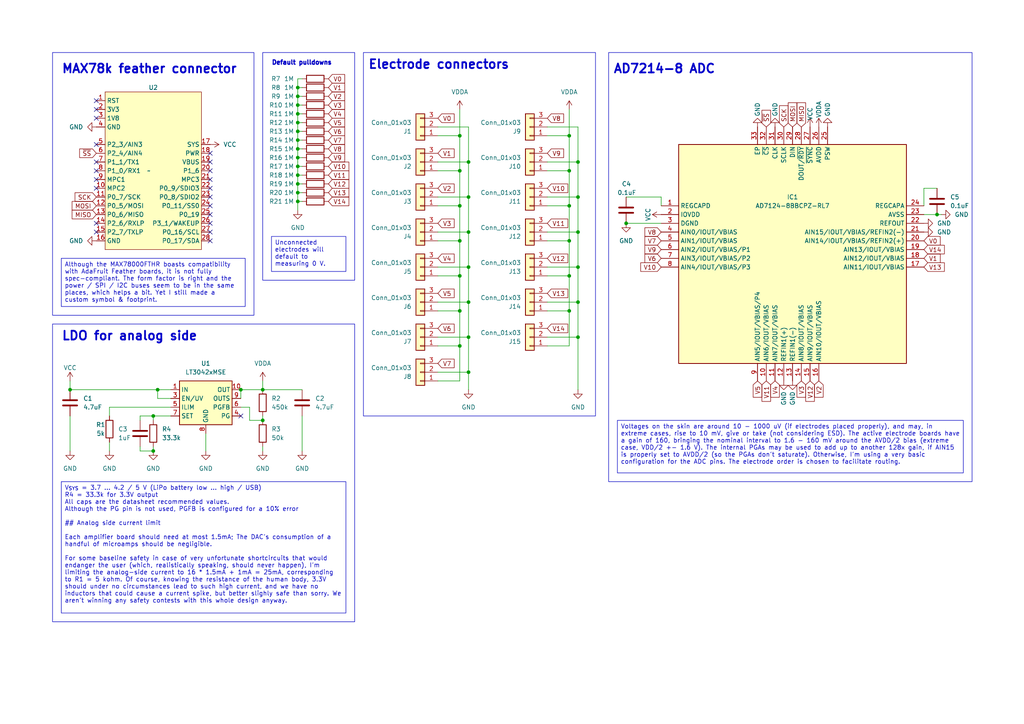
<source format=kicad_sch>
(kicad_sch (version 20230121) (generator eeschema)

  (uuid 3fef4722-3e7e-4b6e-9fca-67709b87d3e1)

  (paper "A4")

  (title_block
    (title "15 Channel EMG feather wing")
  )

  (lib_symbols
    (symbol "AD7124-8:AD7124-8BBCPZ-RL7" (in_bom yes) (on_board yes)
      (property "Reference" "IC" (at 72.39 22.86 0)
        (effects (font (size 1.27 1.27)) (justify left top))
      )
      (property "Value" "AD7124-8BBCPZ-RL7" (at 72.39 20.32 0)
        (effects (font (size 1.27 1.27)) (justify left top))
      )
      (property "Footprint" "QFN50P500X500X100-33N-D" (at 72.39 -79.68 0)
        (effects (font (size 1.27 1.27)) (justify left top) hide)
      )
      (property "Datasheet" "https://www.analog.com/media/en/technical-documentation/data-sheets/ad7124-8.pdf" (at 72.39 -179.68 0)
        (effects (font (size 1.27 1.27)) (justify left top) hide)
      )
      (property "Height" "1" (at 72.39 -379.68 0)
        (effects (font (size 1.27 1.27)) (justify left top) hide)
      )
      (property "Mouser Part Number" "584-AD7124-8BBCPZRL7" (at 72.39 -479.68 0)
        (effects (font (size 1.27 1.27)) (justify left top) hide)
      )
      (property "Mouser Price/Stock" "https://www.mouser.co.uk/ProductDetail/Analog-Devices/AD7124-8BBCPZ-RL7?qs=wUXugUrL1qzAxcMt7nmw0w%3D%3D" (at 72.39 -579.68 0)
        (effects (font (size 1.27 1.27)) (justify left top) hide)
      )
      (property "Manufacturer_Name" "Analog Devices" (at 72.39 -679.68 0)
        (effects (font (size 1.27 1.27)) (justify left top) hide)
      )
      (property "Manufacturer_Part_Number" "AD7124-8BBCPZ-RL7" (at 72.39 -779.68 0)
        (effects (font (size 1.27 1.27)) (justify left top) hide)
      )
      (property "ki_description" "24 Bit Analog to Digital Converter 8, 15, 16 Input 1 Sigma-Delta 32-LFCSP (5x5)" (at 0 0 0)
        (effects (font (size 1.27 1.27)) hide)
      )
      (symbol "AD7124-8BBCPZ-RL7_1_1"
        (rectangle (start 5.08 17.78) (end 71.12 -45.72)
          (stroke (width 0.254) (type default))
          (fill (type background))
        )
        (pin passive line (at 0 0 0) (length 5.08)
          (name "REGCAPD" (effects (font (size 1.27 1.27))))
          (number "1" (effects (font (size 1.27 1.27))))
        )
        (pin passive line (at 30.48 -50.8 90) (length 5.08)
          (name "AIN6/IOUT/VBIAS" (effects (font (size 1.27 1.27))))
          (number "10" (effects (font (size 1.27 1.27))))
        )
        (pin passive line (at 33.02 -50.8 90) (length 5.08)
          (name "AIN7/IOUT/VBIAS" (effects (font (size 1.27 1.27))))
          (number "11" (effects (font (size 1.27 1.27))))
        )
        (pin passive line (at 35.56 -50.8 90) (length 5.08)
          (name "REFIN1(+)" (effects (font (size 1.27 1.27))))
          (number "12" (effects (font (size 1.27 1.27))))
        )
        (pin passive line (at 38.1 -50.8 90) (length 5.08)
          (name "REFIN1(-)" (effects (font (size 1.27 1.27))))
          (number "13" (effects (font (size 1.27 1.27))))
        )
        (pin passive line (at 40.64 -50.8 90) (length 5.08)
          (name "AIN8/IOUT/VBIAS" (effects (font (size 1.27 1.27))))
          (number "14" (effects (font (size 1.27 1.27))))
        )
        (pin passive line (at 43.18 -50.8 90) (length 5.08)
          (name "AIN9/IOUT/VBIAS" (effects (font (size 1.27 1.27))))
          (number "15" (effects (font (size 1.27 1.27))))
        )
        (pin passive line (at 45.72 -50.8 90) (length 5.08)
          (name "AIN10/IOUT/VBIAS" (effects (font (size 1.27 1.27))))
          (number "16" (effects (font (size 1.27 1.27))))
        )
        (pin passive line (at 76.2 -17.78 180) (length 5.08)
          (name "AIN11/IOUT/VBIAS" (effects (font (size 1.27 1.27))))
          (number "17" (effects (font (size 1.27 1.27))))
        )
        (pin passive line (at 76.2 -15.24 180) (length 5.08)
          (name "AIN12/IOUT/VBIAS" (effects (font (size 1.27 1.27))))
          (number "18" (effects (font (size 1.27 1.27))))
        )
        (pin passive line (at 76.2 -12.7 180) (length 5.08)
          (name "AIN13/IOUT/VBIAS" (effects (font (size 1.27 1.27))))
          (number "19" (effects (font (size 1.27 1.27))))
        )
        (pin passive line (at 0 -2.54 0) (length 5.08)
          (name "IOVDD" (effects (font (size 1.27 1.27))))
          (number "2" (effects (font (size 1.27 1.27))))
        )
        (pin passive line (at 76.2 -10.16 180) (length 5.08)
          (name "AIN14/IOUT/VBIAS/REFIN2(+)" (effects (font (size 1.27 1.27))))
          (number "20" (effects (font (size 1.27 1.27))))
        )
        (pin passive line (at 76.2 -7.62 180) (length 5.08)
          (name "AIN15/IOUT/VBIAS/REFIN2(-)" (effects (font (size 1.27 1.27))))
          (number "21" (effects (font (size 1.27 1.27))))
        )
        (pin passive line (at 76.2 -5.08 180) (length 5.08)
          (name "REFOUT" (effects (font (size 1.27 1.27))))
          (number "22" (effects (font (size 1.27 1.27))))
        )
        (pin passive line (at 76.2 -2.54 180) (length 5.08)
          (name "AVSS" (effects (font (size 1.27 1.27))))
          (number "23" (effects (font (size 1.27 1.27))))
        )
        (pin passive line (at 76.2 0 180) (length 5.08)
          (name "REGCAPA" (effects (font (size 1.27 1.27))))
          (number "24" (effects (font (size 1.27 1.27))))
        )
        (pin passive line (at 48.26 22.86 270) (length 5.08)
          (name "PSW" (effects (font (size 1.27 1.27))))
          (number "25" (effects (font (size 1.27 1.27))))
        )
        (pin passive line (at 45.72 22.86 270) (length 5.08)
          (name "AVDD" (effects (font (size 1.27 1.27))))
          (number "26" (effects (font (size 1.27 1.27))))
        )
        (pin passive line (at 43.18 22.86 270) (length 5.08)
          (name "~{SYNC}" (effects (font (size 1.27 1.27))))
          (number "27" (effects (font (size 1.27 1.27))))
        )
        (pin passive line (at 40.64 22.86 270) (length 5.08)
          (name "DOUT/~{RDY}" (effects (font (size 1.27 1.27))))
          (number "28" (effects (font (size 1.27 1.27))))
        )
        (pin passive line (at 38.1 22.86 270) (length 5.08)
          (name "DIN" (effects (font (size 1.27 1.27))))
          (number "29" (effects (font (size 1.27 1.27))))
        )
        (pin passive line (at 0 -5.08 0) (length 5.08)
          (name "DGND" (effects (font (size 1.27 1.27))))
          (number "3" (effects (font (size 1.27 1.27))))
        )
        (pin passive line (at 35.56 22.86 270) (length 5.08)
          (name "SCLK" (effects (font (size 1.27 1.27))))
          (number "30" (effects (font (size 1.27 1.27))))
        )
        (pin passive line (at 33.02 22.86 270) (length 5.08)
          (name "CLK" (effects (font (size 1.27 1.27))))
          (number "31" (effects (font (size 1.27 1.27))))
        )
        (pin passive line (at 30.48 22.86 270) (length 5.08)
          (name "~{CS}" (effects (font (size 1.27 1.27))))
          (number "32" (effects (font (size 1.27 1.27))))
        )
        (pin passive line (at 27.94 22.86 270) (length 5.08)
          (name "EP" (effects (font (size 1.27 1.27))))
          (number "33" (effects (font (size 1.27 1.27))))
        )
        (pin passive line (at 0 -7.62 0) (length 5.08)
          (name "AIN0/IOUT/VBIAS" (effects (font (size 1.27 1.27))))
          (number "4" (effects (font (size 1.27 1.27))))
        )
        (pin passive line (at 0 -10.16 0) (length 5.08)
          (name "AIN1/IOUT/VBIAS" (effects (font (size 1.27 1.27))))
          (number "5" (effects (font (size 1.27 1.27))))
        )
        (pin passive line (at 0 -12.7 0) (length 5.08)
          (name "AIN2/IOUT/VBIAS/P1" (effects (font (size 1.27 1.27))))
          (number "6" (effects (font (size 1.27 1.27))))
        )
        (pin passive line (at 0 -15.24 0) (length 5.08)
          (name "AIN3/IOUT/VBIAS/P2" (effects (font (size 1.27 1.27))))
          (number "7" (effects (font (size 1.27 1.27))))
        )
        (pin passive line (at 0 -17.78 0) (length 5.08)
          (name "AIN4/IOUT/VBIAS/P3" (effects (font (size 1.27 1.27))))
          (number "8" (effects (font (size 1.27 1.27))))
        )
        (pin passive line (at 27.94 -50.8 90) (length 5.08)
          (name "AIN5/IOUT/VBIAS/P4" (effects (font (size 1.27 1.27))))
          (number "9" (effects (font (size 1.27 1.27))))
        )
      )
    )
    (symbol "Connector_Generic:Conn_01x03" (pin_names (offset 1.016) hide) (in_bom yes) (on_board yes)
      (property "Reference" "J" (at 0 5.08 0)
        (effects (font (size 1.27 1.27)))
      )
      (property "Value" "Conn_01x03" (at 0 -5.08 0)
        (effects (font (size 1.27 1.27)))
      )
      (property "Footprint" "" (at 0 0 0)
        (effects (font (size 1.27 1.27)) hide)
      )
      (property "Datasheet" "~" (at 0 0 0)
        (effects (font (size 1.27 1.27)) hide)
      )
      (property "ki_keywords" "connector" (at 0 0 0)
        (effects (font (size 1.27 1.27)) hide)
      )
      (property "ki_description" "Generic connector, single row, 01x03, script generated (kicad-library-utils/schlib/autogen/connector/)" (at 0 0 0)
        (effects (font (size 1.27 1.27)) hide)
      )
      (property "ki_fp_filters" "Connector*:*_1x??_*" (at 0 0 0)
        (effects (font (size 1.27 1.27)) hide)
      )
      (symbol "Conn_01x03_1_1"
        (rectangle (start -1.27 -2.413) (end 0 -2.667)
          (stroke (width 0.1524) (type default))
          (fill (type none))
        )
        (rectangle (start -1.27 0.127) (end 0 -0.127)
          (stroke (width 0.1524) (type default))
          (fill (type none))
        )
        (rectangle (start -1.27 2.667) (end 0 2.413)
          (stroke (width 0.1524) (type default))
          (fill (type none))
        )
        (rectangle (start -1.27 3.81) (end 1.27 -3.81)
          (stroke (width 0.254) (type default))
          (fill (type background))
        )
        (pin passive line (at -5.08 2.54 0) (length 3.81)
          (name "Pin_1" (effects (font (size 1.27 1.27))))
          (number "1" (effects (font (size 1.27 1.27))))
        )
        (pin passive line (at -5.08 0 0) (length 3.81)
          (name "Pin_2" (effects (font (size 1.27 1.27))))
          (number "2" (effects (font (size 1.27 1.27))))
        )
        (pin passive line (at -5.08 -2.54 0) (length 3.81)
          (name "Pin_3" (effects (font (size 1.27 1.27))))
          (number "3" (effects (font (size 1.27 1.27))))
        )
      )
    )
    (symbol "Device:C" (pin_numbers hide) (pin_names (offset 0.254)) (in_bom yes) (on_board yes)
      (property "Reference" "C" (at 0.635 2.54 0)
        (effects (font (size 1.27 1.27)) (justify left))
      )
      (property "Value" "C" (at 0.635 -2.54 0)
        (effects (font (size 1.27 1.27)) (justify left))
      )
      (property "Footprint" "" (at 0.9652 -3.81 0)
        (effects (font (size 1.27 1.27)) hide)
      )
      (property "Datasheet" "~" (at 0 0 0)
        (effects (font (size 1.27 1.27)) hide)
      )
      (property "ki_keywords" "cap capacitor" (at 0 0 0)
        (effects (font (size 1.27 1.27)) hide)
      )
      (property "ki_description" "Unpolarized capacitor" (at 0 0 0)
        (effects (font (size 1.27 1.27)) hide)
      )
      (property "ki_fp_filters" "C_*" (at 0 0 0)
        (effects (font (size 1.27 1.27)) hide)
      )
      (symbol "C_0_1"
        (polyline
          (pts
            (xy -2.032 -0.762)
            (xy 2.032 -0.762)
          )
          (stroke (width 0.508) (type default))
          (fill (type none))
        )
        (polyline
          (pts
            (xy -2.032 0.762)
            (xy 2.032 0.762)
          )
          (stroke (width 0.508) (type default))
          (fill (type none))
        )
      )
      (symbol "C_1_1"
        (pin passive line (at 0 3.81 270) (length 2.794)
          (name "~" (effects (font (size 1.27 1.27))))
          (number "1" (effects (font (size 1.27 1.27))))
        )
        (pin passive line (at 0 -3.81 90) (length 2.794)
          (name "~" (effects (font (size 1.27 1.27))))
          (number "2" (effects (font (size 1.27 1.27))))
        )
      )
    )
    (symbol "Device:R" (pin_numbers hide) (pin_names (offset 0)) (in_bom yes) (on_board yes)
      (property "Reference" "R" (at 2.032 0 90)
        (effects (font (size 1.27 1.27)))
      )
      (property "Value" "R" (at 0 0 90)
        (effects (font (size 1.27 1.27)))
      )
      (property "Footprint" "" (at -1.778 0 90)
        (effects (font (size 1.27 1.27)) hide)
      )
      (property "Datasheet" "~" (at 0 0 0)
        (effects (font (size 1.27 1.27)) hide)
      )
      (property "ki_keywords" "R res resistor" (at 0 0 0)
        (effects (font (size 1.27 1.27)) hide)
      )
      (property "ki_description" "Resistor" (at 0 0 0)
        (effects (font (size 1.27 1.27)) hide)
      )
      (property "ki_fp_filters" "R_*" (at 0 0 0)
        (effects (font (size 1.27 1.27)) hide)
      )
      (symbol "R_0_1"
        (rectangle (start -1.016 -2.54) (end 1.016 2.54)
          (stroke (width 0.254) (type default))
          (fill (type none))
        )
      )
      (symbol "R_1_1"
        (pin passive line (at 0 3.81 270) (length 1.27)
          (name "~" (effects (font (size 1.27 1.27))))
          (number "1" (effects (font (size 1.27 1.27))))
        )
        (pin passive line (at 0 -3.81 90) (length 1.27)
          (name "~" (effects (font (size 1.27 1.27))))
          (number "2" (effects (font (size 1.27 1.27))))
        )
      )
    )
    (symbol "MAX78000FTHR:MAX78000FTHR" (in_bom yes) (on_board yes)
      (property "Reference" "U" (at 0 24.13 0)
        (effects (font (size 1.27 1.27)))
      )
      (property "Value" "" (at 0 0 0)
        (effects (font (size 1.27 1.27)))
      )
      (property "Footprint" "" (at 0 0 0)
        (effects (font (size 1.27 1.27)) hide)
      )
      (property "Datasheet" "" (at 0 0 0)
        (effects (font (size 1.27 1.27)) hide)
      )
      (property "ki_fp_filters" "MAX78000" (at 0 0 0)
        (effects (font (size 1.27 1.27)) hide)
      )
      (symbol "MAX78000FTHR_1_1"
        (rectangle (start -12.7 22.86) (end 15.24 -22.86)
          (stroke (width 0) (type default))
          (fill (type background))
        )
        (pin input line (at -15.24 20.32 0) (length 2.54)
          (name "RST" (effects (font (size 1.27 1.27))))
          (number "1" (effects (font (size 1.27 1.27))))
        )
        (pin bidirectional line (at -15.24 -5.08 0) (length 2.54)
          (name "MPC2" (effects (font (size 1.27 1.27))))
          (number "10" (effects (font (size 1.27 1.27))))
        )
        (pin bidirectional line (at -15.24 -7.62 0) (length 2.54)
          (name "P0_7/SCK" (effects (font (size 1.27 1.27))))
          (number "11" (effects (font (size 1.27 1.27))))
        )
        (pin bidirectional line (at -15.24 -10.16 0) (length 2.54)
          (name "P0_5/MOSI" (effects (font (size 1.27 1.27))))
          (number "12" (effects (font (size 1.27 1.27))))
        )
        (pin bidirectional line (at -15.24 -12.7 0) (length 2.54)
          (name "P0_6/MISO" (effects (font (size 1.27 1.27))))
          (number "13" (effects (font (size 1.27 1.27))))
        )
        (pin bidirectional line (at -15.24 -15.24 0) (length 2.54)
          (name "P2_6/RXLP" (effects (font (size 1.27 1.27))))
          (number "14" (effects (font (size 1.27 1.27))))
        )
        (pin bidirectional line (at -15.24 -17.78 0) (length 2.54)
          (name "P2_7/TXLP" (effects (font (size 1.27 1.27))))
          (number "15" (effects (font (size 1.27 1.27))))
        )
        (pin power_out line (at -15.24 -20.32 0) (length 2.54)
          (name "GND" (effects (font (size 1.27 1.27))))
          (number "16" (effects (font (size 1.27 1.27))))
        )
        (pin power_out line (at 17.78 7.62 180) (length 2.54)
          (name "SYS" (effects (font (size 1.27 1.27))))
          (number "17" (effects (font (size 1.27 1.27))))
        )
        (pin input line (at 17.78 5.08 180) (length 2.54)
          (name "PWR" (effects (font (size 1.27 1.27))))
          (number "18" (effects (font (size 1.27 1.27))))
        )
        (pin power_out line (at 17.78 2.54 180) (length 2.54)
          (name "VBUS" (effects (font (size 1.27 1.27))))
          (number "19" (effects (font (size 1.27 1.27))))
        )
        (pin power_out line (at -15.24 17.78 0) (length 2.54)
          (name "3V3" (effects (font (size 1.27 1.27))))
          (number "2" (effects (font (size 1.27 1.27))))
        )
        (pin bidirectional line (at 17.78 0 180) (length 2.54)
          (name "P1_6" (effects (font (size 1.27 1.27))))
          (number "20" (effects (font (size 1.27 1.27))))
        )
        (pin bidirectional line (at 17.78 -2.54 180) (length 2.54)
          (name "MPC3" (effects (font (size 1.27 1.27))))
          (number "21" (effects (font (size 1.27 1.27))))
        )
        (pin bidirectional line (at 17.78 -5.08 180) (length 2.54)
          (name "P0_9/SDIO3" (effects (font (size 1.27 1.27))))
          (number "22" (effects (font (size 1.27 1.27))))
        )
        (pin bidirectional line (at 17.78 -7.62 180) (length 2.54)
          (name "P0_8/SDIO2" (effects (font (size 1.27 1.27))))
          (number "23" (effects (font (size 1.27 1.27))))
        )
        (pin bidirectional line (at 17.78 -10.16 180) (length 2.54)
          (name "P0_11/SS0" (effects (font (size 1.27 1.27))))
          (number "24" (effects (font (size 1.27 1.27))))
        )
        (pin bidirectional line (at 17.78 -12.7 180) (length 2.54)
          (name "P0_19" (effects (font (size 1.27 1.27))))
          (number "25" (effects (font (size 1.27 1.27))))
        )
        (pin bidirectional line (at 17.78 -15.24 180) (length 2.54)
          (name "P3_1/WAKEUP" (effects (font (size 1.27 1.27))))
          (number "26" (effects (font (size 1.27 1.27))))
        )
        (pin bidirectional line (at 17.78 -17.78 180) (length 2.54)
          (name "P0_16/SCL" (effects (font (size 1.27 1.27))))
          (number "27" (effects (font (size 1.27 1.27))))
        )
        (pin bidirectional line (at 17.78 -20.32 180) (length 2.54)
          (name "P0_17/SDA" (effects (font (size 1.27 1.27))))
          (number "28" (effects (font (size 1.27 1.27))))
        )
        (pin power_out line (at -15.24 15.24 0) (length 2.54)
          (name "1V8" (effects (font (size 1.27 1.27))))
          (number "3" (effects (font (size 1.27 1.27))))
        )
        (pin power_out line (at -15.24 12.7 0) (length 2.54)
          (name "GND" (effects (font (size 1.27 1.27))))
          (number "4" (effects (font (size 1.27 1.27))))
        )
        (pin bidirectional line (at -15.24 7.62 0) (length 2.54)
          (name "P2_3/AIN3" (effects (font (size 1.27 1.27))))
          (number "5" (effects (font (size 1.27 1.27))))
        )
        (pin bidirectional line (at -15.24 5.08 0) (length 2.54)
          (name "P2_4/AIN4" (effects (font (size 1.27 1.27))))
          (number "6" (effects (font (size 1.27 1.27))))
        )
        (pin bidirectional line (at -15.24 2.54 0) (length 2.54)
          (name "P1_1/TX1" (effects (font (size 1.27 1.27))))
          (number "7" (effects (font (size 1.27 1.27))))
        )
        (pin bidirectional line (at -15.24 0 0) (length 2.54)
          (name "P1_0/RX1" (effects (font (size 1.27 1.27))))
          (number "8" (effects (font (size 1.27 1.27))))
        )
        (pin bidirectional line (at -15.24 -2.54 0) (length 2.54)
          (name "MPC1" (effects (font (size 1.27 1.27))))
          (number "9" (effects (font (size 1.27 1.27))))
        )
      )
    )
    (symbol "Regulator_Linear:LT3042xMSE" (in_bom yes) (on_board yes)
      (property "Reference" "U" (at -6.35 6.35 0)
        (effects (font (size 1.27 1.27)))
      )
      (property "Value" "LT3042xMSE" (at 1.27 6.35 0)
        (effects (font (size 1.27 1.27)) (justify left))
      )
      (property "Footprint" "Package_SO:MSOP-10-1EP_3x3mm_P0.5mm_EP1.68x1.88mm" (at 0 8.255 0)
        (effects (font (size 1.27 1.27)) hide)
      )
      (property "Datasheet" "https://www.analog.com/media/en/technical-documentation/data-sheets/3042fb.pdf" (at 0 0 0)
        (effects (font (size 1.27 1.27)) hide)
      )
      (property "ki_keywords" "linear voltage regulator low-noise" (at 0 0 0)
        (effects (font (size 1.27 1.27)) hide)
      )
      (property "ki_description" "200mA, Adjustable, Ultralow Noise, Ultrahigh PSRR RF Linear Regulator, MSOP-10" (at 0 0 0)
        (effects (font (size 1.27 1.27)) hide)
      )
      (property "ki_fp_filters" "MSOP*1EP*3x3mm*P0.5mm*" (at 0 0 0)
        (effects (font (size 1.27 1.27)) hide)
      )
      (symbol "LT3042xMSE_0_1"
        (rectangle (start -7.62 5.08) (end 7.62 -7.62)
          (stroke (width 0.254) (type default))
          (fill (type background))
        )
      )
      (symbol "LT3042xMSE_1_1"
        (pin power_in line (at -10.16 2.54 0) (length 2.54)
          (name "IN" (effects (font (size 1.27 1.27))))
          (number "1" (effects (font (size 1.27 1.27))))
        )
        (pin power_out line (at 10.16 2.54 180) (length 2.54)
          (name "OUT" (effects (font (size 1.27 1.27))))
          (number "10" (effects (font (size 1.27 1.27))))
        )
        (pin passive line (at 0 -10.16 90) (length 2.54) hide
          (name "GND" (effects (font (size 1.27 1.27))))
          (number "11" (effects (font (size 1.27 1.27))))
        )
        (pin passive line (at -10.16 2.54 0) (length 2.54) hide
          (name "IN" (effects (font (size 1.27 1.27))))
          (number "2" (effects (font (size 1.27 1.27))))
        )
        (pin input line (at -10.16 0 0) (length 2.54)
          (name "EN/UV" (effects (font (size 1.27 1.27))))
          (number "3" (effects (font (size 1.27 1.27))))
        )
        (pin open_collector line (at 10.16 -5.08 180) (length 2.54)
          (name "PG" (effects (font (size 1.27 1.27))))
          (number "4" (effects (font (size 1.27 1.27))))
        )
        (pin passive line (at -10.16 -2.54 0) (length 2.54)
          (name "ILIM" (effects (font (size 1.27 1.27))))
          (number "5" (effects (font (size 1.27 1.27))))
        )
        (pin input line (at 10.16 -2.54 180) (length 2.54)
          (name "PGFB" (effects (font (size 1.27 1.27))))
          (number "6" (effects (font (size 1.27 1.27))))
        )
        (pin passive line (at -10.16 -5.08 0) (length 2.54)
          (name "SET" (effects (font (size 1.27 1.27))))
          (number "7" (effects (font (size 1.27 1.27))))
        )
        (pin power_in line (at 0 -10.16 90) (length 2.54)
          (name "GND" (effects (font (size 1.27 1.27))))
          (number "8" (effects (font (size 1.27 1.27))))
        )
        (pin input line (at 10.16 0 180) (length 2.54)
          (name "OUTS" (effects (font (size 1.27 1.27))))
          (number "9" (effects (font (size 1.27 1.27))))
        )
      )
    )
    (symbol "power:GND" (power) (pin_names (offset 0)) (in_bom yes) (on_board yes)
      (property "Reference" "#PWR" (at 0 -6.35 0)
        (effects (font (size 1.27 1.27)) hide)
      )
      (property "Value" "GND" (at 0 -3.81 0)
        (effects (font (size 1.27 1.27)))
      )
      (property "Footprint" "" (at 0 0 0)
        (effects (font (size 1.27 1.27)) hide)
      )
      (property "Datasheet" "" (at 0 0 0)
        (effects (font (size 1.27 1.27)) hide)
      )
      (property "ki_keywords" "global power" (at 0 0 0)
        (effects (font (size 1.27 1.27)) hide)
      )
      (property "ki_description" "Power symbol creates a global label with name \"GND\" , ground" (at 0 0 0)
        (effects (font (size 1.27 1.27)) hide)
      )
      (symbol "GND_0_1"
        (polyline
          (pts
            (xy 0 0)
            (xy 0 -1.27)
            (xy 1.27 -1.27)
            (xy 0 -2.54)
            (xy -1.27 -1.27)
            (xy 0 -1.27)
          )
          (stroke (width 0) (type default))
          (fill (type none))
        )
      )
      (symbol "GND_1_1"
        (pin power_in line (at 0 0 270) (length 0) hide
          (name "GND" (effects (font (size 1.27 1.27))))
          (number "1" (effects (font (size 1.27 1.27))))
        )
      )
    )
    (symbol "power:VCC" (power) (pin_names (offset 0)) (in_bom yes) (on_board yes)
      (property "Reference" "#PWR" (at 0 -3.81 0)
        (effects (font (size 1.27 1.27)) hide)
      )
      (property "Value" "VCC" (at 0 3.81 0)
        (effects (font (size 1.27 1.27)))
      )
      (property "Footprint" "" (at 0 0 0)
        (effects (font (size 1.27 1.27)) hide)
      )
      (property "Datasheet" "" (at 0 0 0)
        (effects (font (size 1.27 1.27)) hide)
      )
      (property "ki_keywords" "global power" (at 0 0 0)
        (effects (font (size 1.27 1.27)) hide)
      )
      (property "ki_description" "Power symbol creates a global label with name \"VCC\"" (at 0 0 0)
        (effects (font (size 1.27 1.27)) hide)
      )
      (symbol "VCC_0_1"
        (polyline
          (pts
            (xy -0.762 1.27)
            (xy 0 2.54)
          )
          (stroke (width 0) (type default))
          (fill (type none))
        )
        (polyline
          (pts
            (xy 0 0)
            (xy 0 2.54)
          )
          (stroke (width 0) (type default))
          (fill (type none))
        )
        (polyline
          (pts
            (xy 0 2.54)
            (xy 0.762 1.27)
          )
          (stroke (width 0) (type default))
          (fill (type none))
        )
      )
      (symbol "VCC_1_1"
        (pin power_in line (at 0 0 90) (length 0) hide
          (name "VCC" (effects (font (size 1.27 1.27))))
          (number "1" (effects (font (size 1.27 1.27))))
        )
      )
    )
    (symbol "power:VDDA" (power) (pin_names (offset 0)) (in_bom yes) (on_board yes)
      (property "Reference" "#PWR" (at 0 -3.81 0)
        (effects (font (size 1.27 1.27)) hide)
      )
      (property "Value" "VDDA" (at 0 3.81 0)
        (effects (font (size 1.27 1.27)))
      )
      (property "Footprint" "" (at 0 0 0)
        (effects (font (size 1.27 1.27)) hide)
      )
      (property "Datasheet" "" (at 0 0 0)
        (effects (font (size 1.27 1.27)) hide)
      )
      (property "ki_keywords" "global power" (at 0 0 0)
        (effects (font (size 1.27 1.27)) hide)
      )
      (property "ki_description" "Power symbol creates a global label with name \"VDDA\"" (at 0 0 0)
        (effects (font (size 1.27 1.27)) hide)
      )
      (symbol "VDDA_0_1"
        (polyline
          (pts
            (xy -0.762 1.27)
            (xy 0 2.54)
          )
          (stroke (width 0) (type default))
          (fill (type none))
        )
        (polyline
          (pts
            (xy 0 0)
            (xy 0 2.54)
          )
          (stroke (width 0) (type default))
          (fill (type none))
        )
        (polyline
          (pts
            (xy 0 2.54)
            (xy 0.762 1.27)
          )
          (stroke (width 0) (type default))
          (fill (type none))
        )
      )
      (symbol "VDDA_1_1"
        (pin power_in line (at 0 0 90) (length 0) hide
          (name "VDDA" (effects (font (size 1.27 1.27))))
          (number "1" (effects (font (size 1.27 1.27))))
        )
      )
    )
  )

  (junction (at 167.64 87.63) (diameter 0) (color 0 0 0 0)
    (uuid 0c3ed77f-12af-4290-9123-2684e00c1d3c)
  )
  (junction (at 165.1 59.69) (diameter 0) (color 0 0 0 0)
    (uuid 10cdb305-e3da-4f73-ace5-a715f8dbc46c)
  )
  (junction (at 86.36 50.8) (diameter 0) (color 0 0 0 0)
    (uuid 11aa4313-3aba-44a5-ae9f-00d9c8df540d)
  )
  (junction (at 86.36 53.34) (diameter 0) (color 0 0 0 0)
    (uuid 1690c0e6-4b81-415e-9d44-71c37c43523c)
  )
  (junction (at 133.35 59.69) (diameter 0) (color 0 0 0 0)
    (uuid 1cde6f30-7691-4f03-94f0-21d7bfd22a72)
  )
  (junction (at 167.64 67.31) (diameter 0) (color 0 0 0 0)
    (uuid 21c709dc-524b-413b-9bf4-74e3a75c9c9e)
  )
  (junction (at 133.35 90.17) (diameter 0) (color 0 0 0 0)
    (uuid 2518531f-f18a-45e4-a7f9-3bbd9c7cd1da)
  )
  (junction (at 86.36 35.56) (diameter 0) (color 0 0 0 0)
    (uuid 2b28d305-e319-46a4-aa81-6a986487ee72)
  )
  (junction (at 133.35 100.33) (diameter 0) (color 0 0 0 0)
    (uuid 2b5eeef9-0290-4340-8d4f-4dfb1f2cedd8)
  )
  (junction (at 76.2 113.03) (diameter 0) (color 0 0 0 0)
    (uuid 2bc59fc4-6de8-4a36-b110-4fa4807d21db)
  )
  (junction (at 86.36 27.94) (diameter 0) (color 0 0 0 0)
    (uuid 32295250-c6ca-437f-b21b-163803b38e8e)
  )
  (junction (at 133.35 80.01) (diameter 0) (color 0 0 0 0)
    (uuid 32a8b9db-2032-40ba-9c63-1cd161a39969)
  )
  (junction (at 86.36 58.42) (diameter 0) (color 0 0 0 0)
    (uuid 339f8186-b71e-460a-a32d-fb3c7d8f03b1)
  )
  (junction (at 44.45 130.81) (diameter 0) (color 0 0 0 0)
    (uuid 33eaea52-0d14-4ad2-a070-ef2d0f6f02ae)
  )
  (junction (at 86.36 48.26) (diameter 0) (color 0 0 0 0)
    (uuid 3cf66852-072e-47d0-9112-21c92d2f931f)
  )
  (junction (at 133.35 69.85) (diameter 0) (color 0 0 0 0)
    (uuid 44fec032-80b3-4493-8b8a-f2a3ac2769f4)
  )
  (junction (at 135.89 77.47) (diameter 0) (color 0 0 0 0)
    (uuid 45bd4882-90d0-4cd0-8788-3e04411151f6)
  )
  (junction (at 165.1 49.53) (diameter 0) (color 0 0 0 0)
    (uuid 482e2128-c5fc-48fd-ad26-af058b4fa122)
  )
  (junction (at 44.45 120.65) (diameter 0) (color 0 0 0 0)
    (uuid 4c49d07d-fbc1-4db4-9f9a-83eefd2bc0bf)
  )
  (junction (at 45.72 113.03) (diameter 0) (color 0 0 0 0)
    (uuid 4c95035c-28f2-4f8c-82bc-55101baac969)
  )
  (junction (at 135.89 107.95) (diameter 0) (color 0 0 0 0)
    (uuid 59295c9e-89a8-4514-9e81-494f0bc290e2)
  )
  (junction (at 167.64 77.47) (diameter 0) (color 0 0 0 0)
    (uuid 5e52c55f-b702-40e2-9985-f7ff67c03877)
  )
  (junction (at 181.61 64.77) (diameter 0) (color 0 0 0 0)
    (uuid 7123a55c-9656-458f-bdb4-b611e7e81bcb)
  )
  (junction (at 20.32 113.03) (diameter 0) (color 0 0 0 0)
    (uuid 756c5d08-fcfb-4514-a18f-5859fe18f8c2)
  )
  (junction (at 86.36 33.02) (diameter 0) (color 0 0 0 0)
    (uuid 787ff1b3-b368-42c1-8705-9191e4e562ce)
  )
  (junction (at 135.89 46.99) (diameter 0) (color 0 0 0 0)
    (uuid 7f241f44-3a81-4af9-aaad-8b1b8b2c5186)
  )
  (junction (at 135.89 97.79) (diameter 0) (color 0 0 0 0)
    (uuid 7fe52147-9afc-431f-b1a5-a02abd6ff671)
  )
  (junction (at 167.64 46.99) (diameter 0) (color 0 0 0 0)
    (uuid 8ff1da0a-0864-4322-aa13-2ac852e4e65c)
  )
  (junction (at 135.89 67.31) (diameter 0) (color 0 0 0 0)
    (uuid 90fb6ae1-5748-4746-b5b8-62e6e0016626)
  )
  (junction (at 86.36 38.1) (diameter 0) (color 0 0 0 0)
    (uuid 9c5f5fef-c6bb-4e2b-90c0-0d894f507663)
  )
  (junction (at 76.2 121.92) (diameter 0) (color 0 0 0 0)
    (uuid a0590360-1846-4576-8a5b-8e2f9e15cd7d)
  )
  (junction (at 133.35 39.37) (diameter 0) (color 0 0 0 0)
    (uuid b06a446f-6530-4b31-ac0b-929f7fea1619)
  )
  (junction (at 271.78 62.23) (diameter 0) (color 0 0 0 0)
    (uuid b6f26716-2816-4ddf-90f9-105e4cf695e6)
  )
  (junction (at 167.64 97.79) (diameter 0) (color 0 0 0 0)
    (uuid d252d337-e821-4fa7-8afe-00bbeb0e29e4)
  )
  (junction (at 135.89 57.15) (diameter 0) (color 0 0 0 0)
    (uuid d6235860-81cc-4294-8449-5fc1f06f80f4)
  )
  (junction (at 165.1 69.85) (diameter 0) (color 0 0 0 0)
    (uuid d75e6626-51b6-4cde-8c62-afc52798dff9)
  )
  (junction (at 69.85 113.03) (diameter 0) (color 0 0 0 0)
    (uuid db2ad584-d272-4788-af67-ada9a3a48e8a)
  )
  (junction (at 86.36 40.64) (diameter 0) (color 0 0 0 0)
    (uuid df0f90f7-f672-4a2a-92e5-e33be877e5a4)
  )
  (junction (at 86.36 30.48) (diameter 0) (color 0 0 0 0)
    (uuid e14c4c54-9af1-4209-9d40-331e30aac4fa)
  )
  (junction (at 167.64 57.15) (diameter 0) (color 0 0 0 0)
    (uuid e49b9223-f8b3-4467-a0e1-036d717163ee)
  )
  (junction (at 86.36 45.72) (diameter 0) (color 0 0 0 0)
    (uuid ead4fd3f-4006-4b4c-9bfe-822d8445e479)
  )
  (junction (at 165.1 80.01) (diameter 0) (color 0 0 0 0)
    (uuid ec78d008-2b2a-4604-ac75-8c592286e84f)
  )
  (junction (at 135.89 87.63) (diameter 0) (color 0 0 0 0)
    (uuid eccb0426-bda3-4269-99ea-43fdbfa6cd7a)
  )
  (junction (at 165.1 90.17) (diameter 0) (color 0 0 0 0)
    (uuid f00e2dba-5937-4fa8-ba0d-e50e49a81698)
  )
  (junction (at 86.36 43.18) (diameter 0) (color 0 0 0 0)
    (uuid f046df27-72ac-41e5-b8ce-626089f968d7)
  )
  (junction (at 133.35 49.53) (diameter 0) (color 0 0 0 0)
    (uuid f05497c4-4be7-4f9b-bd0b-e6cf1290496c)
  )
  (junction (at 165.1 39.37) (diameter 0) (color 0 0 0 0)
    (uuid f3ae813c-82b8-4eda-a93c-2767c5da5d14)
  )
  (junction (at 86.36 25.4) (diameter 0) (color 0 0 0 0)
    (uuid f85167be-b5a5-4102-9d75-655dab54a73c)
  )
  (junction (at 86.36 55.88) (diameter 0) (color 0 0 0 0)
    (uuid f9c90500-d0b4-415c-a8f1-6b98cf87302f)
  )

  (no_connect (at 27.94 67.31) (uuid 2879aa00-069a-4473-8a14-a5e1a4d02963))
  (no_connect (at 27.94 64.77) (uuid 4a0ccb88-635c-4c31-b3c6-53ead2869e86))
  (no_connect (at 27.94 54.61) (uuid 5b6496bc-3d1c-4711-ba28-792be0f76393))
  (no_connect (at 27.94 46.99) (uuid 737681a5-f860-48ee-b63e-77af6479e70c))
  (no_connect (at 60.96 57.15) (uuid 7979f117-f0d5-40bc-9e57-360dab8ac99c))
  (no_connect (at 27.94 34.29) (uuid 91a603bd-6b87-4b8f-ab34-e498c4d93d85))
  (no_connect (at 60.96 69.85) (uuid 941d488c-8106-4c54-bbac-2b095bbf1471))
  (no_connect (at 60.96 46.99) (uuid a5c783f4-d836-4324-9445-ec1ac5901c4b))
  (no_connect (at 60.96 59.69) (uuid ac5486b5-1a7d-4052-93da-5aaa8794d0b0))
  (no_connect (at 60.96 52.07) (uuid afa3b9fe-9626-454f-b90e-f3ee68100b56))
  (no_connect (at 27.94 41.91) (uuid b0588611-cd58-4883-9c3d-44af4716aad5))
  (no_connect (at 60.96 44.45) (uuid b17e0e07-a8b0-4090-aba3-7d7bda530f91))
  (no_connect (at 27.94 52.07) (uuid b31ab1da-d798-41a0-9c23-898b32ee9021))
  (no_connect (at 69.85 120.65) (uuid b92d7e7a-0c6b-495f-a487-480477dafcf3))
  (no_connect (at 60.96 62.23) (uuid bf4cb7b8-946e-446c-8321-d02fc5e69811))
  (no_connect (at 60.96 49.53) (uuid c6f9c336-697a-4aaf-bcef-8ce8becc8cde))
  (no_connect (at 60.96 54.61) (uuid ca30ec72-e0f0-40dc-b784-aae46869381a))
  (no_connect (at 60.96 67.31) (uuid ce440761-9d56-49c9-bf6d-52c1aecf1022))
  (no_connect (at 27.94 49.53) (uuid e451ef9f-af1a-4572-8db2-f240874199a8))
  (no_connect (at 60.96 64.77) (uuid e4d2432f-9593-46cb-89f2-52512edbcc3d))
  (no_connect (at 27.94 29.21) (uuid f5740960-ff44-4837-bb92-a7759266d805))
  (no_connect (at 27.94 31.75) (uuid f9877e03-bc37-4460-b30e-0afa7a2a1bc8))

  (wire (pts (xy 158.75 57.15) (xy 167.64 57.15))
    (stroke (width 0) (type default))
    (uuid 032d9403-e0c5-413c-8663-13b20691da8a)
  )
  (wire (pts (xy 31.75 120.65) (xy 31.75 118.11))
    (stroke (width 0) (type default))
    (uuid 04ca02fa-f461-4e5f-843c-488cd3dbe000)
  )
  (wire (pts (xy 86.36 25.4) (xy 86.36 27.94))
    (stroke (width 0) (type default))
    (uuid 075af04a-1b1a-4656-9788-283d344351e9)
  )
  (wire (pts (xy 86.36 43.18) (xy 86.36 45.72))
    (stroke (width 0) (type default))
    (uuid 07a1791b-aba9-4747-9715-c4345f11da6a)
  )
  (wire (pts (xy 158.75 97.79) (xy 167.64 97.79))
    (stroke (width 0) (type default))
    (uuid 08b6d464-a55f-4aab-891c-3d422bca5917)
  )
  (wire (pts (xy 59.69 125.73) (xy 59.69 130.81))
    (stroke (width 0) (type default))
    (uuid 0ea7cfe5-5694-419a-898b-a66253380636)
  )
  (wire (pts (xy 127 77.47) (xy 135.89 77.47))
    (stroke (width 0) (type default))
    (uuid 1052be42-48ef-4574-b224-85e4c45f2115)
  )
  (wire (pts (xy 86.36 33.02) (xy 86.36 35.56))
    (stroke (width 0) (type default))
    (uuid 1139e68d-dbc4-4ac5-a36e-85875460d119)
  )
  (wire (pts (xy 181.61 64.77) (xy 191.77 64.77))
    (stroke (width 0) (type default))
    (uuid 12c66c13-9498-46ce-9cf1-2c1b3600bb86)
  )
  (wire (pts (xy 165.1 90.17) (xy 165.1 80.01))
    (stroke (width 0) (type default))
    (uuid 1443285c-bf18-447b-be20-dc86c23ead71)
  )
  (wire (pts (xy 133.35 80.01) (xy 133.35 69.85))
    (stroke (width 0) (type default))
    (uuid 1531e18e-73d7-42dd-a732-7a8a37782729)
  )
  (wire (pts (xy 165.1 100.33) (xy 165.1 90.17))
    (stroke (width 0) (type default))
    (uuid 15504d22-44d5-4139-9989-1d694a96046d)
  )
  (wire (pts (xy 167.64 77.47) (xy 167.64 87.63))
    (stroke (width 0) (type default))
    (uuid 1a3868f6-fb30-4623-b03e-7707e8ac1f4f)
  )
  (wire (pts (xy 127 97.79) (xy 135.89 97.79))
    (stroke (width 0) (type default))
    (uuid 2003e94c-c469-4ba8-809b-c9486df7d6ca)
  )
  (wire (pts (xy 158.75 69.85) (xy 165.1 69.85))
    (stroke (width 0) (type default))
    (uuid 20ff4d72-bdb8-4aa4-8035-d155f1010d0d)
  )
  (wire (pts (xy 49.53 113.03) (xy 45.72 113.03))
    (stroke (width 0) (type default))
    (uuid 2323c419-1045-4aec-b843-34ea8fcc236e)
  )
  (wire (pts (xy 86.36 30.48) (xy 86.36 33.02))
    (stroke (width 0) (type default))
    (uuid 23c9de4a-48b1-4da1-b933-f278a359d154)
  )
  (wire (pts (xy 20.32 110.49) (xy 20.32 113.03))
    (stroke (width 0) (type default))
    (uuid 26aefbfa-0e5f-4dc9-8910-8a532d39ef4c)
  )
  (wire (pts (xy 69.85 113.03) (xy 69.85 115.57))
    (stroke (width 0) (type default))
    (uuid 294730da-e5fc-4cec-b2f8-efb8cd57e624)
  )
  (wire (pts (xy 76.2 129.54) (xy 76.2 130.81))
    (stroke (width 0) (type default))
    (uuid 2a374ce9-1388-4545-8c81-615b88b01b4e)
  )
  (wire (pts (xy 165.1 80.01) (xy 165.1 69.85))
    (stroke (width 0) (type default))
    (uuid 2d440f29-cd08-41cb-983b-4584dc206032)
  )
  (wire (pts (xy 127 49.53) (xy 133.35 49.53))
    (stroke (width 0) (type default))
    (uuid 31da35d1-7267-4ea4-af08-e20744e45a6f)
  )
  (wire (pts (xy 167.64 46.99) (xy 167.64 57.15))
    (stroke (width 0) (type default))
    (uuid 34dc4dce-f880-4f08-a5e2-868870117092)
  )
  (wire (pts (xy 40.64 120.65) (xy 44.45 120.65))
    (stroke (width 0) (type default))
    (uuid 357511b3-fbca-42b5-9c05-cd7564bda323)
  )
  (wire (pts (xy 165.1 59.69) (xy 165.1 49.53))
    (stroke (width 0) (type default))
    (uuid 39344463-d1f7-4c35-8449-51e69305aa51)
  )
  (wire (pts (xy 86.36 50.8) (xy 86.36 53.34))
    (stroke (width 0) (type default))
    (uuid 3989bebf-30c5-4486-9479-61af9c400706)
  )
  (wire (pts (xy 86.36 22.86) (xy 87.63 22.86))
    (stroke (width 0) (type default))
    (uuid 39a10ef6-5798-47b7-ba21-a38fee3e3d26)
  )
  (wire (pts (xy 165.1 49.53) (xy 165.1 39.37))
    (stroke (width 0) (type default))
    (uuid 3b83d5a4-37db-4987-9ae3-34790ed2f9e8)
  )
  (wire (pts (xy 133.35 100.33) (xy 133.35 90.17))
    (stroke (width 0) (type default))
    (uuid 3dfcdfa4-d933-4c4b-ae22-0df6a268393c)
  )
  (wire (pts (xy 133.35 90.17) (xy 133.35 80.01))
    (stroke (width 0) (type default))
    (uuid 3e40b002-2b0d-4270-8b47-1d27aef80692)
  )
  (wire (pts (xy 158.75 87.63) (xy 167.64 87.63))
    (stroke (width 0) (type default))
    (uuid 42f7eff5-1f7a-41be-be7b-1cce54426a55)
  )
  (wire (pts (xy 76.2 110.49) (xy 76.2 113.03))
    (stroke (width 0) (type default))
    (uuid 436b4117-2137-42b1-a936-a0fd079a1d08)
  )
  (wire (pts (xy 135.89 77.47) (xy 135.89 87.63))
    (stroke (width 0) (type default))
    (uuid 4a7e5434-be9d-4e33-9201-1fcc223dda43)
  )
  (wire (pts (xy 86.36 27.94) (xy 86.36 30.48))
    (stroke (width 0) (type default))
    (uuid 4d9a2152-e2eb-4f35-bf58-93422ec5e6b1)
  )
  (wire (pts (xy 133.35 59.69) (xy 133.35 49.53))
    (stroke (width 0) (type default))
    (uuid 51a67ecb-c4d6-42d4-b03c-4a38195fc4a2)
  )
  (wire (pts (xy 181.61 57.15) (xy 191.77 57.15))
    (stroke (width 0) (type default))
    (uuid 54917e70-c2d7-4868-b9e3-cd6435809583)
  )
  (wire (pts (xy 86.36 33.02) (xy 87.63 33.02))
    (stroke (width 0) (type default))
    (uuid 55b4c01a-9f8e-4a9e-833e-03bbea73bc93)
  )
  (wire (pts (xy 31.75 128.27) (xy 31.75 130.81))
    (stroke (width 0) (type default))
    (uuid 5a26b880-d4e6-4664-a7b2-f8e2094ad855)
  )
  (wire (pts (xy 271.78 62.23) (xy 267.97 62.23))
    (stroke (width 0) (type default))
    (uuid 5a663ffa-e1a6-43cf-bd84-35f73d0d244e)
  )
  (wire (pts (xy 45.72 115.57) (xy 45.72 113.03))
    (stroke (width 0) (type default))
    (uuid 5e3afeec-ed2a-49d2-950b-a78ec85aac46)
  )
  (wire (pts (xy 165.1 39.37) (xy 158.75 39.37))
    (stroke (width 0) (type default))
    (uuid 60cc8320-7404-4620-976f-8c562db8f7bc)
  )
  (wire (pts (xy 127 100.33) (xy 133.35 100.33))
    (stroke (width 0) (type default))
    (uuid 62b69ec7-c3bd-47f8-92a7-15bbe6e07816)
  )
  (wire (pts (xy 165.1 31.75) (xy 165.1 39.37))
    (stroke (width 0) (type default))
    (uuid 656eff51-d89c-404a-b54d-d5b1b559e2c6)
  )
  (wire (pts (xy 127 90.17) (xy 133.35 90.17))
    (stroke (width 0) (type default))
    (uuid 6636135a-284b-4f71-a0be-482d43a796aa)
  )
  (wire (pts (xy 135.89 67.31) (xy 135.89 77.47))
    (stroke (width 0) (type default))
    (uuid 66b086c7-c4e8-460e-9bfb-0fc1393abb1d)
  )
  (wire (pts (xy 44.45 129.54) (xy 44.45 130.81))
    (stroke (width 0) (type default))
    (uuid 677a7a0c-7df5-4add-ae3b-331eac8d1010)
  )
  (wire (pts (xy 86.36 30.48) (xy 87.63 30.48))
    (stroke (width 0) (type default))
    (uuid 6fdd64a5-a31f-4a87-9bac-209cc4ec7a0a)
  )
  (wire (pts (xy 133.35 39.37) (xy 127 39.37))
    (stroke (width 0) (type default))
    (uuid 70acc16b-dfb6-469c-a9b2-aa764c1bb3e0)
  )
  (wire (pts (xy 158.75 49.53) (xy 165.1 49.53))
    (stroke (width 0) (type default))
    (uuid 756628ea-f522-4815-a608-6858f67de964)
  )
  (wire (pts (xy 158.75 77.47) (xy 167.64 77.47))
    (stroke (width 0) (type default))
    (uuid 756f2983-97d2-40b6-ad74-fabb00cf2e66)
  )
  (wire (pts (xy 267.97 54.61) (xy 271.78 54.61))
    (stroke (width 0) (type default))
    (uuid 76dc18dc-59b0-4640-a7a8-2f522e08c815)
  )
  (wire (pts (xy 86.36 38.1) (xy 86.36 40.64))
    (stroke (width 0) (type default))
    (uuid 7c527f72-03fd-432d-a1cf-2c302c917ea7)
  )
  (wire (pts (xy 31.75 118.11) (xy 49.53 118.11))
    (stroke (width 0) (type default))
    (uuid 7c982f98-638e-4e17-bc80-f3c6d5b641cf)
  )
  (wire (pts (xy 40.64 130.81) (xy 40.64 129.54))
    (stroke (width 0) (type default))
    (uuid 7e5747f0-c8f3-4f48-9806-9f20c394e69f)
  )
  (wire (pts (xy 165.1 69.85) (xy 165.1 59.69))
    (stroke (width 0) (type default))
    (uuid 80e68dd8-16cb-4e14-8db7-ea349cc35a98)
  )
  (wire (pts (xy 167.64 36.83) (xy 167.64 46.99))
    (stroke (width 0) (type default))
    (uuid 86237a76-817a-46fa-bb68-b104a70d3ddf)
  )
  (wire (pts (xy 167.64 57.15) (xy 167.64 67.31))
    (stroke (width 0) (type default))
    (uuid 877d56e4-698c-45e6-bc00-a11b96617865)
  )
  (wire (pts (xy 20.32 113.03) (xy 45.72 113.03))
    (stroke (width 0) (type default))
    (uuid 88bdf449-744f-4354-a8a2-af2b8db80083)
  )
  (wire (pts (xy 158.75 67.31) (xy 167.64 67.31))
    (stroke (width 0) (type default))
    (uuid 8942a66e-bbdd-4b47-88b5-66bad5edcfe6)
  )
  (wire (pts (xy 40.64 130.81) (xy 44.45 130.81))
    (stroke (width 0) (type default))
    (uuid 91017bda-17db-495a-9c67-c95e81c75438)
  )
  (wire (pts (xy 135.89 97.79) (xy 135.89 107.95))
    (stroke (width 0) (type default))
    (uuid 962c2504-c3fd-4c86-b4fa-da26d1be7b2b)
  )
  (wire (pts (xy 191.77 57.15) (xy 191.77 59.69))
    (stroke (width 0) (type default))
    (uuid 96bb0c87-73ec-4b6c-ab2b-c4d3d8ef9faf)
  )
  (wire (pts (xy 158.75 59.69) (xy 165.1 59.69))
    (stroke (width 0) (type default))
    (uuid 9700fc9a-9188-461b-82fa-67751ae4130a)
  )
  (wire (pts (xy 86.36 45.72) (xy 86.36 48.26))
    (stroke (width 0) (type default))
    (uuid 97a427b3-a6ba-415e-8051-6e0566bbe944)
  )
  (wire (pts (xy 86.36 53.34) (xy 87.63 53.34))
    (stroke (width 0) (type default))
    (uuid 98eb94a1-ceb1-424e-b419-f776de9ad8ba)
  )
  (wire (pts (xy 127 110.49) (xy 133.35 110.49))
    (stroke (width 0) (type default))
    (uuid 9a6de0cb-eec1-4d54-be51-e5ba1c56ddbc)
  )
  (wire (pts (xy 127 59.69) (xy 133.35 59.69))
    (stroke (width 0) (type default))
    (uuid 9b8719e4-3b9d-4138-8854-ef3835c6d5d8)
  )
  (wire (pts (xy 133.35 69.85) (xy 133.35 59.69))
    (stroke (width 0) (type default))
    (uuid 9cf9b00c-b804-4226-951a-389d0546fb1e)
  )
  (wire (pts (xy 72.39 118.11) (xy 72.39 121.92))
    (stroke (width 0) (type default))
    (uuid 9df111a9-8d93-4575-835f-2888c6296b2f)
  )
  (wire (pts (xy 158.75 80.01) (xy 165.1 80.01))
    (stroke (width 0) (type default))
    (uuid 9f87471a-ff93-43ff-94d3-38481599e65b)
  )
  (wire (pts (xy 167.64 67.31) (xy 167.64 77.47))
    (stroke (width 0) (type default))
    (uuid a073d311-1043-4583-ac2c-fadc4cb36c7b)
  )
  (wire (pts (xy 135.89 46.99) (xy 135.89 57.15))
    (stroke (width 0) (type default))
    (uuid a0d48485-4af4-4215-849e-8586cb3fb7ae)
  )
  (wire (pts (xy 86.36 55.88) (xy 86.36 58.42))
    (stroke (width 0) (type default))
    (uuid a0e10848-6abc-42f9-94c7-7b4d69a5212e)
  )
  (wire (pts (xy 86.36 48.26) (xy 86.36 50.8))
    (stroke (width 0) (type default))
    (uuid a0f46046-312c-4feb-9d57-3842dc7f9fe0)
  )
  (wire (pts (xy 40.64 120.65) (xy 40.64 121.92))
    (stroke (width 0) (type default))
    (uuid a4ea1f19-c3ba-4bbd-9725-bcaf22807d3e)
  )
  (wire (pts (xy 158.75 100.33) (xy 165.1 100.33))
    (stroke (width 0) (type default))
    (uuid a7916686-ab31-42b0-bbad-2b47e93e4728)
  )
  (wire (pts (xy 86.36 45.72) (xy 87.63 45.72))
    (stroke (width 0) (type default))
    (uuid a8dd4d42-e7f9-4433-b948-76a114bd937c)
  )
  (wire (pts (xy 49.53 115.57) (xy 45.72 115.57))
    (stroke (width 0) (type default))
    (uuid acca37fd-f2a7-40a8-b79f-dedb88caf469)
  )
  (wire (pts (xy 86.36 58.42) (xy 86.36 60.96))
    (stroke (width 0) (type default))
    (uuid ad4ad034-589d-48e2-bf89-c6e32970da13)
  )
  (wire (pts (xy 72.39 121.92) (xy 76.2 121.92))
    (stroke (width 0) (type default))
    (uuid aee8e1af-fbf9-4b03-bf80-7ad1c0fb0510)
  )
  (wire (pts (xy 127 46.99) (xy 135.89 46.99))
    (stroke (width 0) (type default))
    (uuid af4b7732-308c-4cd5-a58b-dfcdfc099009)
  )
  (wire (pts (xy 87.63 113.03) (xy 76.2 113.03))
    (stroke (width 0) (type default))
    (uuid b1a79f5f-e81b-44dd-908c-c9de2981cdd5)
  )
  (wire (pts (xy 86.36 53.34) (xy 86.36 55.88))
    (stroke (width 0) (type default))
    (uuid b2c0f1c8-eda8-4de6-a3fc-e323786fbbf6)
  )
  (wire (pts (xy 133.35 31.75) (xy 133.35 39.37))
    (stroke (width 0) (type default))
    (uuid b3962822-ecf0-4d9d-bb2f-4bd3cb98e681)
  )
  (wire (pts (xy 127 36.83) (xy 135.89 36.83))
    (stroke (width 0) (type default))
    (uuid b6e24550-9f46-4e85-bc1d-0ec6586852bc)
  )
  (wire (pts (xy 76.2 120.65) (xy 76.2 121.92))
    (stroke (width 0) (type default))
    (uuid ba52b985-8d94-43b5-b331-317a8c1b88e0)
  )
  (wire (pts (xy 158.75 46.99) (xy 167.64 46.99))
    (stroke (width 0) (type default))
    (uuid bc213b94-a4a5-441e-8ad8-6862b7204265)
  )
  (wire (pts (xy 267.97 59.69) (xy 267.97 54.61))
    (stroke (width 0) (type default))
    (uuid bdff324f-49ef-4545-ae3c-67c261a613d1)
  )
  (wire (pts (xy 127 80.01) (xy 133.35 80.01))
    (stroke (width 0) (type default))
    (uuid be2abd3a-59ae-440b-a80d-260e4071d530)
  )
  (wire (pts (xy 86.36 38.1) (xy 87.63 38.1))
    (stroke (width 0) (type default))
    (uuid c2aba276-c3bb-45d6-aefb-b7066b063961)
  )
  (wire (pts (xy 86.36 27.94) (xy 87.63 27.94))
    (stroke (width 0) (type default))
    (uuid c2fce8b7-65c6-4ec9-a898-81eb24cb04f1)
  )
  (wire (pts (xy 127 67.31) (xy 135.89 67.31))
    (stroke (width 0) (type default))
    (uuid c61d22ce-a8fc-497d-ba86-a1cd8f6dbe6f)
  )
  (wire (pts (xy 133.35 110.49) (xy 133.35 100.33))
    (stroke (width 0) (type default))
    (uuid c82615a9-41cf-440c-b137-c08e89a061c0)
  )
  (wire (pts (xy 271.78 62.23) (xy 273.05 62.23))
    (stroke (width 0) (type default))
    (uuid ca9c0175-ebb6-4b1f-a6e8-62250a85b112)
  )
  (wire (pts (xy 135.89 107.95) (xy 127 107.95))
    (stroke (width 0) (type default))
    (uuid cc5d74ae-5973-4e8f-9045-33c4dc6e981c)
  )
  (wire (pts (xy 133.35 49.53) (xy 133.35 39.37))
    (stroke (width 0) (type default))
    (uuid cc7ecd40-8747-4d57-a413-760bd4b5641a)
  )
  (wire (pts (xy 20.32 120.65) (xy 20.32 130.81))
    (stroke (width 0) (type default))
    (uuid cdccd71a-d9f2-452d-b4ae-cdbdaff4386a)
  )
  (wire (pts (xy 69.85 113.03) (xy 76.2 113.03))
    (stroke (width 0) (type default))
    (uuid ceafae76-0438-4f81-a88b-299c7b44ce87)
  )
  (wire (pts (xy 127 57.15) (xy 135.89 57.15))
    (stroke (width 0) (type default))
    (uuid cf341caf-1d78-4036-8839-05eb92990faf)
  )
  (wire (pts (xy 158.75 36.83) (xy 167.64 36.83))
    (stroke (width 0) (type default))
    (uuid d7b4b925-5afd-4675-8ff6-06bfc2ee0e56)
  )
  (wire (pts (xy 86.36 48.26) (xy 87.63 48.26))
    (stroke (width 0) (type default))
    (uuid d7ef9af7-0526-4967-8044-8ec5d605acaf)
  )
  (wire (pts (xy 72.39 118.11) (xy 69.85 118.11))
    (stroke (width 0) (type default))
    (uuid d8b02beb-4da3-498d-a77c-7aed6637deeb)
  )
  (wire (pts (xy 127 69.85) (xy 133.35 69.85))
    (stroke (width 0) (type default))
    (uuid d95a154d-6318-4104-87d3-a16c899854d7)
  )
  (wire (pts (xy 86.36 58.42) (xy 87.63 58.42))
    (stroke (width 0) (type default))
    (uuid ddb7bdc5-f11e-4f32-a4e0-7246e62ff26c)
  )
  (wire (pts (xy 167.64 97.79) (xy 167.64 113.03))
    (stroke (width 0) (type default))
    (uuid de61691c-b00f-4a5a-b07f-cd488af9f22e)
  )
  (wire (pts (xy 86.36 43.18) (xy 87.63 43.18))
    (stroke (width 0) (type default))
    (uuid de74c823-2aff-4c25-9618-19f57cbdd4f7)
  )
  (wire (pts (xy 135.89 107.95) (xy 135.89 113.03))
    (stroke (width 0) (type default))
    (uuid df9e442e-f0d4-4984-b86b-e6502093f133)
  )
  (wire (pts (xy 135.89 36.83) (xy 135.89 46.99))
    (stroke (width 0) (type default))
    (uuid e008e5d1-dcf5-4c86-a304-2e1146bd4d3b)
  )
  (wire (pts (xy 86.36 40.64) (xy 86.36 43.18))
    (stroke (width 0) (type default))
    (uuid e0335c21-7ad5-4fbb-a0bc-b64c64f7083f)
  )
  (wire (pts (xy 44.45 120.65) (xy 44.45 121.92))
    (stroke (width 0) (type default))
    (uuid e2d6060e-e9c0-4072-8cda-80d0d242cebb)
  )
  (wire (pts (xy 86.36 40.64) (xy 87.63 40.64))
    (stroke (width 0) (type default))
    (uuid e3dacc12-eed6-4373-98ab-bbc5e50bb89f)
  )
  (wire (pts (xy 49.53 120.65) (xy 44.45 120.65))
    (stroke (width 0) (type default))
    (uuid e7295041-4656-42fc-b15b-7e336913910c)
  )
  (wire (pts (xy 86.36 50.8) (xy 87.63 50.8))
    (stroke (width 0) (type default))
    (uuid e8b72357-f2a4-44e2-84d5-8f213bfbfc62)
  )
  (wire (pts (xy 167.64 87.63) (xy 167.64 97.79))
    (stroke (width 0) (type default))
    (uuid eafcce5c-b369-4f7e-9845-fec0ebbf0b7e)
  )
  (wire (pts (xy 135.89 87.63) (xy 135.89 97.79))
    (stroke (width 0) (type default))
    (uuid ec0f2f78-026e-4782-8e5f-5263ac021e2b)
  )
  (wire (pts (xy 86.36 25.4) (xy 87.63 25.4))
    (stroke (width 0) (type default))
    (uuid ee9f80f1-9a69-40c6-8051-49f44b5d0861)
  )
  (wire (pts (xy 86.36 35.56) (xy 87.63 35.56))
    (stroke (width 0) (type default))
    (uuid f00e40fc-36d3-426c-ab2c-2924ce4aa26a)
  )
  (wire (pts (xy 87.63 120.65) (xy 87.63 130.81))
    (stroke (width 0) (type default))
    (uuid f0d31e16-cefc-4931-a51b-78bea052a646)
  )
  (wire (pts (xy 127 87.63) (xy 135.89 87.63))
    (stroke (width 0) (type default))
    (uuid f32ec94b-699e-402f-a326-08326b5107da)
  )
  (wire (pts (xy 86.36 55.88) (xy 87.63 55.88))
    (stroke (width 0) (type default))
    (uuid f35eab20-84ac-463d-a96e-ec4d1e84cc9e)
  )
  (wire (pts (xy 135.89 57.15) (xy 135.89 67.31))
    (stroke (width 0) (type default))
    (uuid f76b4271-42c0-4692-b571-782d1fd7fd34)
  )
  (wire (pts (xy 158.75 90.17) (xy 165.1 90.17))
    (stroke (width 0) (type default))
    (uuid f7e13c80-0081-454e-aa29-f3abef279cbb)
  )
  (wire (pts (xy 86.36 35.56) (xy 86.36 38.1))
    (stroke (width 0) (type default))
    (uuid f9f90dd0-22f8-4778-842e-70203f7f10af)
  )
  (wire (pts (xy 86.36 22.86) (xy 86.36 25.4))
    (stroke (width 0) (type default))
    (uuid fb0590bb-0c10-4e7f-97fc-687e386ef935)
  )

  (rectangle (start 176.53 15.24) (end 281.94 139.7)
    (stroke (width 0) (type default))
    (fill (type none))
    (uuid 189b9980-de18-4106-ac3d-5f6e1fdefc67)
  )
  (rectangle (start 76.2 15.24) (end 102.87 81.28)
    (stroke (width 0) (type default))
    (fill (type none))
    (uuid 4a65b402-2141-4143-8849-c4d47e1e3fb7)
  )
  (rectangle (start 15.24 93.98) (end 102.87 180.34)
    (stroke (width 0) (type default))
    (fill (type none))
    (uuid 570fccf0-71fc-4902-a946-d05fca521539)
  )
  (rectangle (start 105.41 15.24) (end 172.72 120.65)
    (stroke (width 0) (type default))
    (fill (type none))
    (uuid 8bcd1a4a-8c95-4dea-ba4c-3759a71278bf)
  )
  (rectangle (start 15.24 15.24) (end 73.66 91.44)
    (stroke (width 0) (type default))
    (fill (type none))
    (uuid a3cb9ca1-e8f8-424d-aa8d-b19d209ff7ab)
  )

  (text_box "Voltages on the skin are around 10 - 1000 uV (if electrodes placed properly), and may, in extreme cases, rise to 10 mV, give or take (not considering ESD). The active electrode boards have a gain of 160, bringing the nominal interval to 1.6 - 160 mV around the AVDD/2 bias (extreme case, VDD/2 +- 1.6 V). The internal PGAs may be used to add up to another 128x gain, if AIN15 is properly set to AVDD/2 (so the PGAs don't saturate). Otherwise, I'm using a very basic configuration for the ADC pins. The electrode order is chosen to facilitate routing."
    (at 179.07 121.92 0) (size 100.33 15.24)
    (stroke (width 0) (type default))
    (fill (type none))
    (effects (font (size 1.27 1.27)) (justify left top))
    (uuid 098ca346-9545-4bc0-b5f4-80ded309aff5)
  )
  (text_box "Although the MAX78000FTHR boasts compatibility with AdaFruit Feather boards, it is not fully spec-compliant. The form factor is right and the power / SPI / I2C buses seem to be in the same places, which helps a bit. Yet I still made a custom symbol & footprint."
    (at 17.78 74.93 0) (size 53.34 13.97)
    (stroke (width 0) (type default))
    (fill (type none))
    (effects (font (size 1.27 1.27)) (justify left top))
    (uuid 550a3f99-d092-4296-b0ca-a0bebaa21495)
  )
  (text_box "V_{SYS} = 3.7 ... 4.2 / 5 V (LiPo battery low ... high / USB)\nR4 = 33.3k for 3.3V output\nAll caps are the datasheet recommended values.\nAlthough the PG pin is not used, PGFB is configured for a 10% error\n\n## Analog side current limit\n\nEach amplifier board should need at most 1.5mA; The DAC's consumption of a handful of microamps should be negligible.\n\nFor some baseline safety in case of very unfortunate shortcircuits that would endanger the user (which, realistically speaking, should never happen), I'm limiting the analog-side current to 16 * 1.5mA + 1mA = 25mA, corresponding to R1 = 5 kohm. Of course, knowing the resistance of the human body, 3.3V should under no circumstances lead to such high current, and we have no inductors that could cause a current spike, but better slighly safe than sorry. We aren't winning any safety contests with this whole design anyway.\n"
    (at 17.78 139.7 0) (size 82.55 38.1)
    (stroke (width 0) (type default))
    (fill (type none))
    (effects (font (size 1.27 1.27)) (justify left top))
    (uuid 6e5ad98f-184c-492b-9502-d5ca2af9a847)
  )
  (text_box "Unconnected electrodes will default to measuring 0 V."
    (at 78.74 68.58 0) (size 21.59 10.16)
    (stroke (width 0) (type default))
    (fill (type none))
    (effects (font (size 1.27 1.27)) (justify left top))
    (uuid 95f7153f-4e0e-48af-8001-69838b903d03)
  )

  (text "Electrode connectors" (at 106.68 20.32 0)
    (effects (font (size 2.54 2.54) (thickness 0.508) bold) (justify left bottom))
    (uuid 67967199-203e-495a-9313-0e1ebb4e3c9f)
  )
  (text "Default pulldowns" (at 78.74 19.05 0)
    (effects (font (size 1.27 1.27) (thickness 0.508) bold) (justify left bottom))
    (uuid 6db1f23a-e244-423c-9118-9cdc7180bc40)
  )
  (text "LDO for analog side" (at 17.78 99.06 0)
    (effects (font (size 2.54 2.54) (thickness 0.508) bold) (justify left bottom))
    (uuid cd7f7797-5add-429f-b1df-9abbde9aa89a)
  )
  (text "MAX78k feather connector" (at 17.78 21.59 0)
    (effects (font (size 2.54 2.54) (thickness 0.508) bold) (justify left bottom))
    (uuid d3153095-9faf-4869-a40e-eeabfcb3dd38)
  )
  (text "AD7214-8 ADC" (at 177.8 21.59 0)
    (effects (font (size 2.54 2.54) (thickness 0.508) bold) (justify left bottom))
    (uuid d844f75a-9550-452d-9556-14709ac64b63)
  )

  (global_label "V4" (shape input) (at 224.79 110.49 270) (fields_autoplaced)
    (effects (font (size 1.27 1.27)) (justify right))
    (uuid 006f941a-35c5-4d5b-8f32-3ebcd015a54b)
    (property "Intersheetrefs" "${INTERSHEET_REFS}" (at 224.79 115.7733 90)
      (effects (font (size 1.27 1.27)) (justify right) hide)
    )
  )
  (global_label "V5" (shape input) (at 95.25 35.56 0) (fields_autoplaced)
    (effects (font (size 1.27 1.27)) (justify left))
    (uuid 04f71966-65aa-4b4e-9292-6a097f9e69a2)
    (property "Intersheetrefs" "${INTERSHEET_REFS}" (at 100.5333 35.56 0)
      (effects (font (size 1.27 1.27)) (justify left) hide)
    )
  )
  (global_label "V3" (shape input) (at 232.41 110.49 270) (fields_autoplaced)
    (effects (font (size 1.27 1.27)) (justify right))
    (uuid 065902f5-6fda-4b72-82eb-3522ce859903)
    (property "Intersheetrefs" "${INTERSHEET_REFS}" (at 232.41 115.7733 90)
      (effects (font (size 1.27 1.27)) (justify right) hide)
    )
  )
  (global_label "V10" (shape input) (at 158.75 54.61 0) (fields_autoplaced)
    (effects (font (size 1.27 1.27)) (justify left))
    (uuid 06d0216c-9f5a-4b04-818d-f3d209463343)
    (property "Intersheetrefs" "${INTERSHEET_REFS}" (at 164.0333 54.61 0)
      (effects (font (size 1.27 1.27)) (justify left) hide)
    )
  )
  (global_label "V11" (shape input) (at 222.25 110.49 270) (fields_autoplaced)
    (effects (font (size 1.27 1.27)) (justify right))
    (uuid 07bfd8c4-fa20-4862-bea8-62b233a84a0b)
    (property "Intersheetrefs" "${INTERSHEET_REFS}" (at 222.25 116.9828 90)
      (effects (font (size 1.27 1.27)) (justify right) hide)
    )
  )
  (global_label "V12" (shape input) (at 95.25 53.34 0) (fields_autoplaced)
    (effects (font (size 1.27 1.27)) (justify left))
    (uuid 0b06aae4-9f80-49dc-ad65-9681457adae1)
    (property "Intersheetrefs" "${INTERSHEET_REFS}" (at 100.5333 53.34 0)
      (effects (font (size 1.27 1.27)) (justify left) hide)
    )
  )
  (global_label "MISO" (shape input) (at 27.94 62.23 180) (fields_autoplaced)
    (effects (font (size 1.27 1.27)) (justify right))
    (uuid 0e2737be-fa9e-441a-844b-4bfbed63947a)
    (property "Intersheetrefs" "${INTERSHEET_REFS}" (at 20.3586 62.23 0)
      (effects (font (size 1.27 1.27)) (justify right) hide)
    )
  )
  (global_label "MOSI" (shape input) (at 27.94 59.69 180) (fields_autoplaced)
    (effects (font (size 1.27 1.27)) (justify right))
    (uuid 15dfe98d-bc47-4054-bd06-d182a0f080e9)
    (property "Intersheetrefs" "${INTERSHEET_REFS}" (at 20.3586 59.69 0)
      (effects (font (size 1.27 1.27)) (justify right) hide)
    )
  )
  (global_label "V8" (shape input) (at 95.25 43.18 0) (fields_autoplaced)
    (effects (font (size 1.27 1.27)) (justify left))
    (uuid 16d93f87-1ef9-4611-8c85-fdbcd84d360f)
    (property "Intersheetrefs" "${INTERSHEET_REFS}" (at 100.5333 43.18 0)
      (effects (font (size 1.27 1.27)) (justify left) hide)
    )
  )
  (global_label "V8" (shape input) (at 191.77 67.31 180) (fields_autoplaced)
    (effects (font (size 1.27 1.27)) (justify right))
    (uuid 1e7dcdca-45dd-48a7-887c-b35f2dabab6b)
    (property "Intersheetrefs" "${INTERSHEET_REFS}" (at 186.4867 67.31 0)
      (effects (font (size 1.27 1.27)) (justify right) hide)
    )
  )
  (global_label "V4" (shape input) (at 127 74.93 0) (fields_autoplaced)
    (effects (font (size 1.27 1.27)) (justify left))
    (uuid 24cdfb17-6e7e-4b0f-bc31-13a2e7891f23)
    (property "Intersheetrefs" "${INTERSHEET_REFS}" (at 132.2833 74.93 0)
      (effects (font (size 1.27 1.27)) (justify left) hide)
    )
  )
  (global_label "V5" (shape input) (at 219.71 110.49 270) (fields_autoplaced)
    (effects (font (size 1.27 1.27)) (justify right))
    (uuid 35b5eed4-c919-4073-9721-b4e228a1d34d)
    (property "Intersheetrefs" "${INTERSHEET_REFS}" (at 219.71 115.7733 90)
      (effects (font (size 1.27 1.27)) (justify right) hide)
    )
  )
  (global_label "V3" (shape input) (at 95.25 30.48 0) (fields_autoplaced)
    (effects (font (size 1.27 1.27)) (justify left))
    (uuid 3a67a322-118e-4b4f-9958-0f0ef74849fa)
    (property "Intersheetrefs" "${INTERSHEET_REFS}" (at 100.5333 30.48 0)
      (effects (font (size 1.27 1.27)) (justify left) hide)
    )
  )
  (global_label "V13" (shape input) (at 158.75 85.09 0) (fields_autoplaced)
    (effects (font (size 1.27 1.27)) (justify left))
    (uuid 45ab9902-1a97-4427-9388-22858eafa180)
    (property "Intersheetrefs" "${INTERSHEET_REFS}" (at 164.0333 85.09 0)
      (effects (font (size 1.27 1.27)) (justify left) hide)
    )
  )
  (global_label "SCK" (shape input) (at 27.94 57.15 180) (fields_autoplaced)
    (effects (font (size 1.27 1.27)) (justify right))
    (uuid 4d39544c-407f-46c4-87ad-5fcfafbbf596)
    (property "Intersheetrefs" "${INTERSHEET_REFS}" (at 21.2053 57.15 0)
      (effects (font (size 1.27 1.27)) (justify right) hide)
    )
  )
  (global_label "V9" (shape input) (at 191.77 72.39 180) (fields_autoplaced)
    (effects (font (size 1.27 1.27)) (justify right))
    (uuid 4d567852-1797-4a97-8dc7-e8b0e4ed4e9e)
    (property "Intersheetrefs" "${INTERSHEET_REFS}" (at 186.4867 72.39 0)
      (effects (font (size 1.27 1.27)) (justify right) hide)
    )
  )
  (global_label "SCK" (shape input) (at 227.33 36.83 90) (fields_autoplaced)
    (effects (font (size 1.27 1.27)) (justify left))
    (uuid 4d7983ff-6b2c-4a88-b836-62fff6ad3f8b)
    (property "Intersheetrefs" "${INTERSHEET_REFS}" (at 227.33 30.0953 90)
      (effects (font (size 1.27 1.27)) (justify left) hide)
    )
  )
  (global_label "V10" (shape input) (at 191.77 77.47 180) (fields_autoplaced)
    (effects (font (size 1.27 1.27)) (justify right))
    (uuid 4dce8c7b-634e-48c4-bd22-f21a17fb2629)
    (property "Intersheetrefs" "${INTERSHEET_REFS}" (at 185.2772 77.47 0)
      (effects (font (size 1.27 1.27)) (justify right) hide)
    )
  )
  (global_label "V9" (shape input) (at 158.75 44.45 0) (fields_autoplaced)
    (effects (font (size 1.27 1.27)) (justify left))
    (uuid 4e381fcf-ea8a-498e-a6a0-323e16abb251)
    (property "Intersheetrefs" "${INTERSHEET_REFS}" (at 164.0333 44.45 0)
      (effects (font (size 1.27 1.27)) (justify left) hide)
    )
  )
  (global_label "V7" (shape input) (at 191.77 69.85 180) (fields_autoplaced)
    (effects (font (size 1.27 1.27)) (justify right))
    (uuid 52bb0646-6d16-4d8d-8502-64a20f5d2547)
    (property "Intersheetrefs" "${INTERSHEET_REFS}" (at 186.4867 69.85 0)
      (effects (font (size 1.27 1.27)) (justify right) hide)
    )
  )
  (global_label "MOSI" (shape input) (at 229.87 36.83 90) (fields_autoplaced)
    (effects (font (size 1.27 1.27)) (justify left))
    (uuid 5ad35a19-855c-4831-8fdc-0393cab1a395)
    (property "Intersheetrefs" "${INTERSHEET_REFS}" (at 229.87 29.2486 90)
      (effects (font (size 1.27 1.27)) (justify left) hide)
    )
  )
  (global_label "V2" (shape input) (at 127 54.61 0) (fields_autoplaced)
    (effects (font (size 1.27 1.27)) (justify left))
    (uuid 5d08a993-7f39-4902-9a78-854e9ee4f664)
    (property "Intersheetrefs" "${INTERSHEET_REFS}" (at 132.2833 54.61 0)
      (effects (font (size 1.27 1.27)) (justify left) hide)
    )
  )
  (global_label "V9" (shape input) (at 95.25 45.72 0) (fields_autoplaced)
    (effects (font (size 1.27 1.27)) (justify left))
    (uuid 68f2929f-6aa9-44e6-944e-87fae2bffd99)
    (property "Intersheetrefs" "${INTERSHEET_REFS}" (at 100.5333 45.72 0)
      (effects (font (size 1.27 1.27)) (justify left) hide)
    )
  )
  (global_label "V11" (shape input) (at 158.75 64.77 0) (fields_autoplaced)
    (effects (font (size 1.27 1.27)) (justify left))
    (uuid 6a93469e-3979-4e1c-bb83-7de62f1bd238)
    (property "Intersheetrefs" "${INTERSHEET_REFS}" (at 164.0333 64.77 0)
      (effects (font (size 1.27 1.27)) (justify left) hide)
    )
  )
  (global_label "V1" (shape input) (at 127 44.45 0) (fields_autoplaced)
    (effects (font (size 1.27 1.27)) (justify left))
    (uuid 6eb2bdde-9028-4a85-9b8c-ee4efe89d848)
    (property "Intersheetrefs" "${INTERSHEET_REFS}" (at 132.2833 44.45 0)
      (effects (font (size 1.27 1.27)) (justify left) hide)
    )
  )
  (global_label "V14" (shape input) (at 267.97 72.39 0) (fields_autoplaced)
    (effects (font (size 1.27 1.27)) (justify left))
    (uuid 6ee6c7f6-e705-4017-8dd0-4b5aef0c4504)
    (property "Intersheetrefs" "${INTERSHEET_REFS}" (at 274.4628 72.39 0)
      (effects (font (size 1.27 1.27)) (justify left) hide)
    )
  )
  (global_label "V14" (shape input) (at 158.75 95.25 0) (fields_autoplaced)
    (effects (font (size 1.27 1.27)) (justify left))
    (uuid 711cfd0c-4ee5-43d4-b991-fb65d2d9790e)
    (property "Intersheetrefs" "${INTERSHEET_REFS}" (at 164.0333 95.25 0)
      (effects (font (size 1.27 1.27)) (justify left) hide)
    )
  )
  (global_label "V12" (shape input) (at 158.75 74.93 0) (fields_autoplaced)
    (effects (font (size 1.27 1.27)) (justify left))
    (uuid 7278cbb4-f3ba-4cff-9a11-9c03acf2d618)
    (property "Intersheetrefs" "${INTERSHEET_REFS}" (at 164.0333 74.93 0)
      (effects (font (size 1.27 1.27)) (justify left) hide)
    )
  )
  (global_label "V12" (shape input) (at 234.95 110.49 270) (fields_autoplaced)
    (effects (font (size 1.27 1.27)) (justify right))
    (uuid 81c1abe8-77eb-44b1-a2e3-9ea8160955bf)
    (property "Intersheetrefs" "${INTERSHEET_REFS}" (at 234.95 116.9828 90)
      (effects (font (size 1.27 1.27)) (justify right) hide)
    )
  )
  (global_label "V1" (shape input) (at 267.97 74.93 0) (fields_autoplaced)
    (effects (font (size 1.27 1.27)) (justify left))
    (uuid 838c5ed1-3020-4f56-ae2a-55eda3062b1c)
    (property "Intersheetrefs" "${INTERSHEET_REFS}" (at 273.2533 74.93 0)
      (effects (font (size 1.27 1.27)) (justify left) hide)
    )
  )
  (global_label "V8" (shape input) (at 158.75 34.29 0) (fields_autoplaced)
    (effects (font (size 1.27 1.27)) (justify left))
    (uuid 8b6f56f6-65e3-43f8-85e7-c48320caf479)
    (property "Intersheetrefs" "${INTERSHEET_REFS}" (at 164.0333 34.29 0)
      (effects (font (size 1.27 1.27)) (justify left) hide)
    )
  )
  (global_label "V14" (shape input) (at 95.25 58.42 0) (fields_autoplaced)
    (effects (font (size 1.27 1.27)) (justify left))
    (uuid 90213039-ff58-435e-a69f-d8e8a0f78bbf)
    (property "Intersheetrefs" "${INTERSHEET_REFS}" (at 100.5333 58.42 0)
      (effects (font (size 1.27 1.27)) (justify left) hide)
    )
  )
  (global_label "V0" (shape input) (at 267.97 69.85 0) (fields_autoplaced)
    (effects (font (size 1.27 1.27)) (justify left))
    (uuid 9c7c2766-aa26-46bc-a9b9-f5528fcf3f8e)
    (property "Intersheetrefs" "${INTERSHEET_REFS}" (at 273.2533 69.85 0)
      (effects (font (size 1.27 1.27)) (justify left) hide)
    )
  )
  (global_label "V6" (shape input) (at 127 95.25 0) (fields_autoplaced)
    (effects (font (size 1.27 1.27)) (justify left))
    (uuid 9dfbc60f-e956-49b5-86d7-f1d16f0151bb)
    (property "Intersheetrefs" "${INTERSHEET_REFS}" (at 132.2833 95.25 0)
      (effects (font (size 1.27 1.27)) (justify left) hide)
    )
  )
  (global_label "V10" (shape input) (at 95.25 48.26 0) (fields_autoplaced)
    (effects (font (size 1.27 1.27)) (justify left))
    (uuid a90a342e-c7d9-448b-9ffc-6234a807f1af)
    (property "Intersheetrefs" "${INTERSHEET_REFS}" (at 100.5333 48.26 0)
      (effects (font (size 1.27 1.27)) (justify left) hide)
    )
  )
  (global_label "MISO" (shape input) (at 232.41 36.83 90) (fields_autoplaced)
    (effects (font (size 1.27 1.27)) (justify left))
    (uuid b734457b-31ab-41e2-9e64-3e3876664bd6)
    (property "Intersheetrefs" "${INTERSHEET_REFS}" (at 232.41 29.2486 90)
      (effects (font (size 1.27 1.27)) (justify left) hide)
    )
  )
  (global_label "V2" (shape input) (at 95.25 27.94 0) (fields_autoplaced)
    (effects (font (size 1.27 1.27)) (justify left))
    (uuid b99e66e6-9441-4e18-8c07-6c4f146c9823)
    (property "Intersheetrefs" "${INTERSHEET_REFS}" (at 100.5333 27.94 0)
      (effects (font (size 1.27 1.27)) (justify left) hide)
    )
  )
  (global_label "V11" (shape input) (at 95.25 50.8 0) (fields_autoplaced)
    (effects (font (size 1.27 1.27)) (justify left))
    (uuid bb182c14-aca6-4bc7-aa16-2da24e12ea71)
    (property "Intersheetrefs" "${INTERSHEET_REFS}" (at 100.5333 50.8 0)
      (effects (font (size 1.27 1.27)) (justify left) hide)
    )
  )
  (global_label "V0" (shape input) (at 95.25 22.86 0) (fields_autoplaced)
    (effects (font (size 1.27 1.27)) (justify left))
    (uuid c18fdfb0-4625-46d0-b52f-7cd66efe3a68)
    (property "Intersheetrefs" "${INTERSHEET_REFS}" (at 100.5333 22.86 0)
      (effects (font (size 1.27 1.27)) (justify left) hide)
    )
  )
  (global_label "V13" (shape input) (at 95.25 55.88 0) (fields_autoplaced)
    (effects (font (size 1.27 1.27)) (justify left))
    (uuid c717ce9b-7881-4044-9327-400120b60cdd)
    (property "Intersheetrefs" "${INTERSHEET_REFS}" (at 100.5333 55.88 0)
      (effects (font (size 1.27 1.27)) (justify left) hide)
    )
  )
  (global_label "V4" (shape input) (at 95.25 33.02 0) (fields_autoplaced)
    (effects (font (size 1.27 1.27)) (justify left))
    (uuid d12cc547-144a-4e5a-be58-c8f7c4722f55)
    (property "Intersheetrefs" "${INTERSHEET_REFS}" (at 100.5333 33.02 0)
      (effects (font (size 1.27 1.27)) (justify left) hide)
    )
  )
  (global_label "V1" (shape input) (at 95.25 25.4 0) (fields_autoplaced)
    (effects (font (size 1.27 1.27)) (justify left))
    (uuid d9056d32-a785-4918-ae80-986935719076)
    (property "Intersheetrefs" "${INTERSHEET_REFS}" (at 100.5333 25.4 0)
      (effects (font (size 1.27 1.27)) (justify left) hide)
    )
  )
  (global_label "V0" (shape input) (at 127 34.29 0) (fields_autoplaced)
    (effects (font (size 1.27 1.27)) (justify left))
    (uuid dbc3b70f-30a1-47ec-ad29-767bd9a70801)
    (property "Intersheetrefs" "${INTERSHEET_REFS}" (at 132.2833 34.29 0)
      (effects (font (size 1.27 1.27)) (justify left) hide)
    )
  )
  (global_label "V3" (shape input) (at 127 64.77 0) (fields_autoplaced)
    (effects (font (size 1.27 1.27)) (justify left))
    (uuid ddcbae85-6e4c-43a9-acb3-86ad2b1645fc)
    (property "Intersheetrefs" "${INTERSHEET_REFS}" (at 132.2833 64.77 0)
      (effects (font (size 1.27 1.27)) (justify left) hide)
    )
  )
  (global_label "V7" (shape input) (at 127 105.41 0) (fields_autoplaced)
    (effects (font (size 1.27 1.27)) (justify left))
    (uuid dff1a97b-85a6-40f9-a9bb-5893103f2af7)
    (property "Intersheetrefs" "${INTERSHEET_REFS}" (at 132.2833 105.41 0)
      (effects (font (size 1.27 1.27)) (justify left) hide)
    )
  )
  (global_label "~{SS}" (shape input) (at 222.25 36.83 90) (fields_autoplaced)
    (effects (font (size 1.27 1.27)) (justify left))
    (uuid eeb545c6-2378-42f4-8425-ef83aa04b42d)
    (property "Intersheetrefs" "${INTERSHEET_REFS}" (at 222.25 31.4258 90)
      (effects (font (size 1.27 1.27)) (justify left) hide)
    )
  )
  (global_label "V5" (shape input) (at 127 85.09 0) (fields_autoplaced)
    (effects (font (size 1.27 1.27)) (justify left))
    (uuid ef790945-7616-42b7-a28c-9e324b988f98)
    (property "Intersheetrefs" "${INTERSHEET_REFS}" (at 132.2833 85.09 0)
      (effects (font (size 1.27 1.27)) (justify left) hide)
    )
  )
  (global_label "V6" (shape input) (at 191.77 74.93 180) (fields_autoplaced)
    (effects (font (size 1.27 1.27)) (justify right))
    (uuid f2162d2c-8b91-4007-bda9-eb36d0081aff)
    (property "Intersheetrefs" "${INTERSHEET_REFS}" (at 186.4867 74.93 0)
      (effects (font (size 1.27 1.27)) (justify right) hide)
    )
  )
  (global_label "V6" (shape input) (at 95.25 38.1 0) (fields_autoplaced)
    (effects (font (size 1.27 1.27)) (justify left))
    (uuid f31257ea-c388-472b-a98a-42bef19ae3b0)
    (property "Intersheetrefs" "${INTERSHEET_REFS}" (at 100.5333 38.1 0)
      (effects (font (size 1.27 1.27)) (justify left) hide)
    )
  )
  (global_label "~{SS}" (shape input) (at 27.94 44.45 180) (fields_autoplaced)
    (effects (font (size 1.27 1.27)) (justify right))
    (uuid f6465ac5-e847-456c-96b3-847d4facde4f)
    (property "Intersheetrefs" "${INTERSHEET_REFS}" (at 22.5358 44.45 0)
      (effects (font (size 1.27 1.27)) (justify right) hide)
    )
  )
  (global_label "V2" (shape input) (at 237.49 110.49 270) (fields_autoplaced)
    (effects (font (size 1.27 1.27)) (justify right))
    (uuid fba5df6e-05e8-470c-844b-9ef8c2ba6e0b)
    (property "Intersheetrefs" "${INTERSHEET_REFS}" (at 237.49 115.7733 90)
      (effects (font (size 1.27 1.27)) (justify right) hide)
    )
  )
  (global_label "V7" (shape input) (at 95.25 40.64 0) (fields_autoplaced)
    (effects (font (size 1.27 1.27)) (justify left))
    (uuid fbd1bfc5-ada2-455d-8735-7e23d63f3ac6)
    (property "Intersheetrefs" "${INTERSHEET_REFS}" (at 100.5333 40.64 0)
      (effects (font (size 1.27 1.27)) (justify left) hide)
    )
  )
  (global_label "V13" (shape input) (at 267.97 77.47 0) (fields_autoplaced)
    (effects (font (size 1.27 1.27)) (justify left))
    (uuid ffa87188-4233-4695-8401-fa39daf29fc5)
    (property "Intersheetrefs" "${INTERSHEET_REFS}" (at 274.4628 77.47 0)
      (effects (font (size 1.27 1.27)) (justify left) hide)
    )
  )

  (symbol (lib_id "Device:R") (at 91.44 38.1 90) (unit 1)
    (in_bom yes) (on_board yes) (dnp no)
    (uuid 04aef970-c902-4de0-9db4-d244688cc2f7)
    (property "Reference" "R13" (at 80.01 38.1 90)
      (effects (font (size 1.27 1.27)))
    )
    (property "Value" "1M" (at 83.82 38.1 90)
      (effects (font (size 1.27 1.27)))
    )
    (property "Footprint" "Resistor_SMD:R_0603_1608Metric_Pad0.98x0.95mm_HandSolder" (at 91.44 39.878 90)
      (effects (font (size 1.27 1.27)) hide)
    )
    (property "Datasheet" "~" (at 91.44 38.1 0)
      (effects (font (size 1.27 1.27)) hide)
    )
    (pin "1" (uuid 9c0bb6fd-f633-434e-a817-0c6755dab909))
    (pin "2" (uuid dc64fb7a-23e2-4b0c-aac9-8a35ed89806b))
    (instances
      (project "myo-hub"
        (path "/3fef4722-3e7e-4b6e-9fca-67709b87d3e1"
          (reference "R13") (unit 1)
        )
      )
    )
  )

  (symbol (lib_id "Device:C") (at 271.78 58.42 0) (unit 1)
    (in_bom yes) (on_board yes) (dnp no) (fields_autoplaced)
    (uuid 0529554b-c444-4787-8b4b-11b33142e449)
    (property "Reference" "C5" (at 275.59 57.15 0)
      (effects (font (size 1.27 1.27)) (justify left))
    )
    (property "Value" "0.1uF" (at 275.59 59.69 0)
      (effects (font (size 1.27 1.27)) (justify left))
    )
    (property "Footprint" "Capacitor_SMD:C_0603_1608Metric_Pad1.08x0.95mm_HandSolder" (at 272.7452 62.23 0)
      (effects (font (size 1.27 1.27)) hide)
    )
    (property "Datasheet" "~" (at 271.78 58.42 0)
      (effects (font (size 1.27 1.27)) hide)
    )
    (pin "1" (uuid 8040c29d-c7bb-43f6-b448-f450ee83a387))
    (pin "2" (uuid 30269fb3-0ffc-491d-8348-767ec3b1a031))
    (instances
      (project "myo-hub"
        (path "/3fef4722-3e7e-4b6e-9fca-67709b87d3e1"
          (reference "C5") (unit 1)
        )
      )
    )
  )

  (symbol (lib_id "Device:R") (at 91.44 35.56 90) (unit 1)
    (in_bom yes) (on_board yes) (dnp no)
    (uuid 057696da-7af8-4bda-ad9a-5aebb08ac1d7)
    (property "Reference" "R12" (at 80.01 35.56 90)
      (effects (font (size 1.27 1.27)))
    )
    (property "Value" "1M" (at 83.82 35.56 90)
      (effects (font (size 1.27 1.27)))
    )
    (property "Footprint" "Resistor_SMD:R_0603_1608Metric_Pad0.98x0.95mm_HandSolder" (at 91.44 37.338 90)
      (effects (font (size 1.27 1.27)) hide)
    )
    (property "Datasheet" "~" (at 91.44 35.56 0)
      (effects (font (size 1.27 1.27)) hide)
    )
    (pin "1" (uuid d7d0ef31-e796-46df-ac47-e1659721adf1))
    (pin "2" (uuid 95dc80ff-2cef-4dfe-9930-40148574c75f))
    (instances
      (project "myo-hub"
        (path "/3fef4722-3e7e-4b6e-9fca-67709b87d3e1"
          (reference "R12") (unit 1)
        )
      )
    )
  )

  (symbol (lib_id "power:GND") (at 86.36 60.96 0) (unit 1)
    (in_bom yes) (on_board yes) (dnp no) (fields_autoplaced)
    (uuid 08b8d2f8-c229-4197-9ed3-d43da960cd7d)
    (property "Reference" "#PWR027" (at 86.36 67.31 0)
      (effects (font (size 1.27 1.27)) hide)
    )
    (property "Value" "GND" (at 86.36 66.04 0)
      (effects (font (size 1.27 1.27)))
    )
    (property "Footprint" "" (at 86.36 60.96 0)
      (effects (font (size 1.27 1.27)) hide)
    )
    (property "Datasheet" "" (at 86.36 60.96 0)
      (effects (font (size 1.27 1.27)) hide)
    )
    (pin "1" (uuid 80f11d72-37fe-4a0e-8cf4-f78871a5bdab))
    (instances
      (project "myo-hub"
        (path "/3fef4722-3e7e-4b6e-9fca-67709b87d3e1"
          (reference "#PWR027") (unit 1)
        )
      )
    )
  )

  (symbol (lib_id "power:GND") (at 181.61 64.77 0) (unit 1)
    (in_bom yes) (on_board yes) (dnp no) (fields_autoplaced)
    (uuid 1fd7374f-ec99-4b24-808e-aa49720b8294)
    (property "Reference" "#PWR017" (at 181.61 71.12 0)
      (effects (font (size 1.27 1.27)) hide)
    )
    (property "Value" "GND" (at 181.61 69.85 0)
      (effects (font (size 1.27 1.27)))
    )
    (property "Footprint" "" (at 181.61 64.77 0)
      (effects (font (size 1.27 1.27)) hide)
    )
    (property "Datasheet" "" (at 181.61 64.77 0)
      (effects (font (size 1.27 1.27)) hide)
    )
    (pin "1" (uuid 0206384a-dd0e-48d2-8d58-ae334f8e8ee4))
    (instances
      (project "myo-hub"
        (path "/3fef4722-3e7e-4b6e-9fca-67709b87d3e1"
          (reference "#PWR017") (unit 1)
        )
      )
    )
  )

  (symbol (lib_id "Device:C") (at 87.63 116.84 0) (unit 1)
    (in_bom yes) (on_board yes) (dnp no) (fields_autoplaced)
    (uuid 1fe10687-c242-4187-b837-7e6fe13a1e1a)
    (property "Reference" "C2" (at 91.44 115.57 0)
      (effects (font (size 1.27 1.27)) (justify left))
    )
    (property "Value" "4.7uF" (at 91.44 118.11 0)
      (effects (font (size 1.27 1.27)) (justify left))
    )
    (property "Footprint" "Capacitor_SMD:C_0603_1608Metric_Pad1.08x0.95mm_HandSolder" (at 88.5952 120.65 0)
      (effects (font (size 1.27 1.27)) hide)
    )
    (property "Datasheet" "~" (at 87.63 116.84 0)
      (effects (font (size 1.27 1.27)) hide)
    )
    (pin "1" (uuid eeadf693-02cc-47fb-a494-fd699e2b0b91))
    (pin "2" (uuid ca1132ee-5c43-4897-9f88-39591db376e4))
    (instances
      (project "myo-hub"
        (path "/3fef4722-3e7e-4b6e-9fca-67709b87d3e1"
          (reference "C2") (unit 1)
        )
      )
    )
  )

  (symbol (lib_id "power:VDDA") (at 76.2 110.49 0) (unit 1)
    (in_bom yes) (on_board yes) (dnp no) (fields_autoplaced)
    (uuid 208e7bef-4032-4abe-a817-f5eb32d6cda8)
    (property "Reference" "#PWR03" (at 76.2 114.3 0)
      (effects (font (size 1.27 1.27)) hide)
    )
    (property "Value" "VDDA" (at 76.2 105.41 0)
      (effects (font (size 1.27 1.27)))
    )
    (property "Footprint" "" (at 76.2 110.49 0)
      (effects (font (size 1.27 1.27)) hide)
    )
    (property "Datasheet" "" (at 76.2 110.49 0)
      (effects (font (size 1.27 1.27)) hide)
    )
    (pin "1" (uuid a97cf588-9123-410a-bbd5-fd8e83bc4fe2))
    (instances
      (project "myo-hub"
        (path "/3fef4722-3e7e-4b6e-9fca-67709b87d3e1"
          (reference "#PWR03") (unit 1)
        )
      )
    )
  )

  (symbol (lib_id "Connector_Generic:Conn_01x03") (at 153.67 97.79 180) (unit 1)
    (in_bom yes) (on_board yes) (dnp no) (fields_autoplaced)
    (uuid 27adf18d-75ff-46a8-966b-6e651aebae79)
    (property "Reference" "J15" (at 151.13 99.06 0)
      (effects (font (size 1.27 1.27)) (justify left))
    )
    (property "Value" "Conn_01x03" (at 151.13 96.52 0)
      (effects (font (size 1.27 1.27)) (justify left))
    )
    (property "Footprint" "Connector_JST:JST_PH_B3B-PH-K_1x03_P2.00mm_Vertical" (at 153.67 97.79 0)
      (effects (font (size 1.27 1.27)) hide)
    )
    (property "Datasheet" "~" (at 153.67 97.79 0)
      (effects (font (size 1.27 1.27)) hide)
    )
    (pin "1" (uuid 0fc12427-ed9a-4141-95a7-6427ed53de9c))
    (pin "2" (uuid 2400fc1e-e5e0-49c3-bc41-d6a5b6c70e97))
    (pin "3" (uuid a80342aa-b93e-4f82-bc40-94fb3112a9f4))
    (instances
      (project "myo-hub"
        (path "/3fef4722-3e7e-4b6e-9fca-67709b87d3e1"
          (reference "J15") (unit 1)
        )
      )
    )
  )

  (symbol (lib_id "Connector_Generic:Conn_01x03") (at 121.92 57.15 180) (unit 1)
    (in_bom yes) (on_board yes) (dnp no) (fields_autoplaced)
    (uuid 28261c90-7e5d-4832-b1b0-d9ceac7f46df)
    (property "Reference" "J3" (at 119.38 58.42 0)
      (effects (font (size 1.27 1.27)) (justify left))
    )
    (property "Value" "Conn_01x03" (at 119.38 55.88 0)
      (effects (font (size 1.27 1.27)) (justify left))
    )
    (property "Footprint" "Connector_JST:JST_PH_B3B-PH-K_1x03_P2.00mm_Vertical" (at 121.92 57.15 0)
      (effects (font (size 1.27 1.27)) hide)
    )
    (property "Datasheet" "~" (at 121.92 57.15 0)
      (effects (font (size 1.27 1.27)) hide)
    )
    (pin "1" (uuid 62954391-abdb-40ec-ab82-c99e4d34eaf0))
    (pin "2" (uuid 53dd40c0-c1c2-4795-be9d-57317125e1c7))
    (pin "3" (uuid ddf59320-be98-4282-b73a-9eb505f07b88))
    (instances
      (project "myo-hub"
        (path "/3fef4722-3e7e-4b6e-9fca-67709b87d3e1"
          (reference "J3") (unit 1)
        )
      )
    )
  )

  (symbol (lib_id "power:GND") (at 59.69 130.81 0) (unit 1)
    (in_bom yes) (on_board yes) (dnp no) (fields_autoplaced)
    (uuid 28811a13-0364-404e-8021-58a91eabf1a0)
    (property "Reference" "#PWR012" (at 59.69 137.16 0)
      (effects (font (size 1.27 1.27)) hide)
    )
    (property "Value" "GND" (at 59.69 135.89 0)
      (effects (font (size 1.27 1.27)))
    )
    (property "Footprint" "" (at 59.69 130.81 0)
      (effects (font (size 1.27 1.27)) hide)
    )
    (property "Datasheet" "" (at 59.69 130.81 0)
      (effects (font (size 1.27 1.27)) hide)
    )
    (pin "1" (uuid a141fe75-113d-480d-b926-fa537798a1c6))
    (instances
      (project "myo-hub"
        (path "/3fef4722-3e7e-4b6e-9fca-67709b87d3e1"
          (reference "#PWR012") (unit 1)
        )
      )
    )
  )

  (symbol (lib_id "power:VCC") (at 191.77 62.23 90) (unit 1)
    (in_bom yes) (on_board yes) (dnp no)
    (uuid 2c148ddd-56e6-4b28-b092-4b7083572bbf)
    (property "Reference" "#PWR0102" (at 195.58 62.23 0)
      (effects (font (size 1.27 1.27)) hide)
    )
    (property "Value" "VCC" (at 187.96 62.23 0)
      (effects (font (size 1.27 1.27)))
    )
    (property "Footprint" "" (at 191.77 62.23 0)
      (effects (font (size 1.27 1.27)) hide)
    )
    (property "Datasheet" "" (at 191.77 62.23 0)
      (effects (font (size 1.27 1.27)) hide)
    )
    (pin "1" (uuid 7cab1bce-5603-4fa5-93b9-6da8209377c4))
    (instances
      (project "myo-hub"
        (path "/3fef4722-3e7e-4b6e-9fca-67709b87d3e1"
          (reference "#PWR0102") (unit 1)
        )
      )
    )
  )

  (symbol (lib_id "Device:C") (at 181.61 60.96 180) (unit 1)
    (in_bom yes) (on_board yes) (dnp no)
    (uuid 2f60644f-9542-4629-a8a6-4ac3ea74ded3)
    (property "Reference" "C4" (at 180.34 53.34 0)
      (effects (font (size 1.27 1.27)) (justify right))
    )
    (property "Value" "0.1uF" (at 179.07 55.88 0)
      (effects (font (size 1.27 1.27)) (justify right))
    )
    (property "Footprint" "Capacitor_SMD:C_0603_1608Metric_Pad1.08x0.95mm_HandSolder" (at 180.6448 57.15 0)
      (effects (font (size 1.27 1.27)) hide)
    )
    (property "Datasheet" "~" (at 181.61 60.96 0)
      (effects (font (size 1.27 1.27)) hide)
    )
    (pin "1" (uuid 0871598e-39dc-445c-ab08-299a1cb8b11d))
    (pin "2" (uuid 40dbd6be-ba91-4b8f-b80c-5384083becba))
    (instances
      (project "myo-hub"
        (path "/3fef4722-3e7e-4b6e-9fca-67709b87d3e1"
          (reference "C4") (unit 1)
        )
      )
    )
  )

  (symbol (lib_id "Connector_Generic:Conn_01x03") (at 121.92 36.83 180) (unit 1)
    (in_bom yes) (on_board yes) (dnp no) (fields_autoplaced)
    (uuid 37961893-cd3f-4650-b73e-fa4e96641d89)
    (property "Reference" "J1" (at 119.38 38.1 0)
      (effects (font (size 1.27 1.27)) (justify left))
    )
    (property "Value" "Conn_01x03" (at 119.38 35.56 0)
      (effects (font (size 1.27 1.27)) (justify left))
    )
    (property "Footprint" "Connector_JST:JST_PH_B3B-PH-K_1x03_P2.00mm_Vertical" (at 121.92 36.83 0)
      (effects (font (size 1.27 1.27)) hide)
    )
    (property "Datasheet" "~" (at 121.92 36.83 0)
      (effects (font (size 1.27 1.27)) hide)
    )
    (pin "1" (uuid 42283d3c-b52f-40da-a465-0dad4d3e2b80))
    (pin "2" (uuid 7242f189-6422-4f6c-b0ba-9883e607ec15))
    (pin "3" (uuid b0f92ede-0abe-4a4e-8ab6-79e1147d986e))
    (instances
      (project "myo-hub"
        (path "/3fef4722-3e7e-4b6e-9fca-67709b87d3e1"
          (reference "J1") (unit 1)
        )
      )
    )
  )

  (symbol (lib_id "power:GND") (at 240.03 36.83 180) (unit 1)
    (in_bom yes) (on_board yes) (dnp no)
    (uuid 38e07bcc-9eeb-466a-a237-48a412f08f7e)
    (property "Reference" "#PWR026" (at 240.03 30.48 0)
      (effects (font (size 1.27 1.27)) hide)
    )
    (property "Value" "GND" (at 240.03 31.75 90)
      (effects (font (size 1.27 1.27)))
    )
    (property "Footprint" "" (at 240.03 36.83 0)
      (effects (font (size 1.27 1.27)) hide)
    )
    (property "Datasheet" "" (at 240.03 36.83 0)
      (effects (font (size 1.27 1.27)) hide)
    )
    (pin "1" (uuid 047c992b-71fb-4984-bde1-7a1436892570))
    (instances
      (project "myo-hub"
        (path "/3fef4722-3e7e-4b6e-9fca-67709b87d3e1"
          (reference "#PWR026") (unit 1)
        )
      )
    )
  )

  (symbol (lib_id "Connector_Generic:Conn_01x03") (at 153.67 57.15 180) (unit 1)
    (in_bom yes) (on_board yes) (dnp no) (fields_autoplaced)
    (uuid 3cc5185b-a600-443c-97a1-cee4438c2a9d)
    (property "Reference" "J11" (at 151.13 58.42 0)
      (effects (font (size 1.27 1.27)) (justify left))
    )
    (property "Value" "Conn_01x03" (at 151.13 55.88 0)
      (effects (font (size 1.27 1.27)) (justify left))
    )
    (property "Footprint" "Connector_JST:JST_PH_B3B-PH-K_1x03_P2.00mm_Vertical" (at 153.67 57.15 0)
      (effects (font (size 1.27 1.27)) hide)
    )
    (property "Datasheet" "~" (at 153.67 57.15 0)
      (effects (font (size 1.27 1.27)) hide)
    )
    (pin "1" (uuid b0adb22c-d83e-4d0a-8e65-4015e97e8a1c))
    (pin "2" (uuid 08b5112e-18d0-4f9e-87f1-b61665ac9446))
    (pin "3" (uuid fa3d6673-e6ea-494d-aeac-ebeb8395b476))
    (instances
      (project "myo-hub"
        (path "/3fef4722-3e7e-4b6e-9fca-67709b87d3e1"
          (reference "J11") (unit 1)
        )
      )
    )
  )

  (symbol (lib_id "Device:R") (at 91.44 30.48 90) (unit 1)
    (in_bom yes) (on_board yes) (dnp no)
    (uuid 3da7e835-0ddf-4332-8aae-7487ed6a8c7b)
    (property "Reference" "R10" (at 80.01 30.48 90)
      (effects (font (size 1.27 1.27)))
    )
    (property "Value" "1M" (at 83.82 30.48 90)
      (effects (font (size 1.27 1.27)))
    )
    (property "Footprint" "Resistor_SMD:R_0603_1608Metric_Pad0.98x0.95mm_HandSolder" (at 91.44 32.258 90)
      (effects (font (size 1.27 1.27)) hide)
    )
    (property "Datasheet" "~" (at 91.44 30.48 0)
      (effects (font (size 1.27 1.27)) hide)
    )
    (pin "1" (uuid 75e536bd-b6da-4208-8056-3207a9b27758))
    (pin "2" (uuid 5b2187cd-9822-4a42-a46a-8ee7359beb05))
    (instances
      (project "myo-hub"
        (path "/3fef4722-3e7e-4b6e-9fca-67709b87d3e1"
          (reference "R10") (unit 1)
        )
      )
    )
  )

  (symbol (lib_id "power:VCC") (at 234.95 36.83 0) (unit 1)
    (in_bom yes) (on_board yes) (dnp no)
    (uuid 3dec1051-7445-448e-a4f7-7b6c4a37b332)
    (property "Reference" "#PWR0101" (at 234.95 40.64 0)
      (effects (font (size 1.27 1.27)) hide)
    )
    (property "Value" "VCC" (at 234.95 33.02 90)
      (effects (font (size 1.27 1.27)))
    )
    (property "Footprint" "" (at 234.95 36.83 0)
      (effects (font (size 1.27 1.27)) hide)
    )
    (property "Datasheet" "" (at 234.95 36.83 0)
      (effects (font (size 1.27 1.27)) hide)
    )
    (pin "1" (uuid 6199ccd3-6e19-4864-8f6b-9d7737ce5a40))
    (instances
      (project "myo-hub"
        (path "/3fef4722-3e7e-4b6e-9fca-67709b87d3e1"
          (reference "#PWR0101") (unit 1)
        )
      )
    )
  )

  (symbol (lib_id "power:GND") (at 273.05 62.23 90) (unit 1)
    (in_bom yes) (on_board yes) (dnp no) (fields_autoplaced)
    (uuid 3e00dd8f-c28a-429c-acb1-94db16be6dc9)
    (property "Reference" "#PWR016" (at 279.4 62.23 0)
      (effects (font (size 1.27 1.27)) hide)
    )
    (property "Value" "GND" (at 276.86 62.23 90)
      (effects (font (size 1.27 1.27)) (justify right))
    )
    (property "Footprint" "" (at 273.05 62.23 0)
      (effects (font (size 1.27 1.27)) hide)
    )
    (property "Datasheet" "" (at 273.05 62.23 0)
      (effects (font (size 1.27 1.27)) hide)
    )
    (pin "1" (uuid 47414eb6-0f96-4590-b156-0921ab5b361e))
    (instances
      (project "myo-hub"
        (path "/3fef4722-3e7e-4b6e-9fca-67709b87d3e1"
          (reference "#PWR016") (unit 1)
        )
      )
    )
  )

  (symbol (lib_id "power:GND") (at 229.87 110.49 0) (unit 1)
    (in_bom yes) (on_board yes) (dnp no)
    (uuid 4021f373-ec8b-4466-af83-f98ea412329d)
    (property "Reference" "#PWR021" (at 229.87 116.84 0)
      (effects (font (size 1.27 1.27)) hide)
    )
    (property "Value" "GND" (at 229.87 115.57 90)
      (effects (font (size 1.27 1.27)))
    )
    (property "Footprint" "" (at 229.87 110.49 0)
      (effects (font (size 1.27 1.27)) hide)
    )
    (property "Datasheet" "" (at 229.87 110.49 0)
      (effects (font (size 1.27 1.27)) hide)
    )
    (pin "1" (uuid d6d2a9f6-5d90-4c98-9a52-d2a2a4b69436))
    (instances
      (project "myo-hub"
        (path "/3fef4722-3e7e-4b6e-9fca-67709b87d3e1"
          (reference "#PWR021") (unit 1)
        )
      )
    )
  )

  (symbol (lib_id "Device:R") (at 91.44 53.34 90) (unit 1)
    (in_bom yes) (on_board yes) (dnp no)
    (uuid 41e8340c-130f-46dc-952a-b04e6e28ba90)
    (property "Reference" "R19" (at 80.01 53.34 90)
      (effects (font (size 1.27 1.27)))
    )
    (property "Value" "1M" (at 83.82 53.34 90)
      (effects (font (size 1.27 1.27)))
    )
    (property "Footprint" "Resistor_SMD:R_0603_1608Metric_Pad0.98x0.95mm_HandSolder" (at 91.44 55.118 90)
      (effects (font (size 1.27 1.27)) hide)
    )
    (property "Datasheet" "~" (at 91.44 53.34 0)
      (effects (font (size 1.27 1.27)) hide)
    )
    (pin "1" (uuid 11e6bf19-78cf-4039-9317-ff73ec5aa894))
    (pin "2" (uuid 82766a1e-0f47-418c-9260-59f87bd9d6aa))
    (instances
      (project "myo-hub"
        (path "/3fef4722-3e7e-4b6e-9fca-67709b87d3e1"
          (reference "R19") (unit 1)
        )
      )
    )
  )

  (symbol (lib_id "Connector_Generic:Conn_01x03") (at 121.92 77.47 180) (unit 1)
    (in_bom yes) (on_board yes) (dnp no) (fields_autoplaced)
    (uuid 421064d5-9f1d-4c4a-bbda-97e30006bb65)
    (property "Reference" "J5" (at 119.38 78.74 0)
      (effects (font (size 1.27 1.27)) (justify left))
    )
    (property "Value" "Conn_01x03" (at 119.38 76.2 0)
      (effects (font (size 1.27 1.27)) (justify left))
    )
    (property "Footprint" "Connector_JST:JST_PH_B3B-PH-K_1x03_P2.00mm_Vertical" (at 121.92 77.47 0)
      (effects (font (size 1.27 1.27)) hide)
    )
    (property "Datasheet" "~" (at 121.92 77.47 0)
      (effects (font (size 1.27 1.27)) hide)
    )
    (pin "1" (uuid 9c2987b1-8f7f-44c0-b2d5-0780cc6bb4f2))
    (pin "2" (uuid 3eca6b45-3e78-4ba1-aab0-4cee2011707e))
    (pin "3" (uuid 82dde0c7-07fb-4c95-b81a-b4d2a564a9e6))
    (instances
      (project "myo-hub"
        (path "/3fef4722-3e7e-4b6e-9fca-67709b87d3e1"
          (reference "J5") (unit 1)
        )
      )
    )
  )

  (symbol (lib_id "Device:R") (at 91.44 40.64 90) (unit 1)
    (in_bom yes) (on_board yes) (dnp no)
    (uuid 4822c999-eba1-45d5-a5ba-3ccbc6750b60)
    (property "Reference" "R14" (at 80.01 40.64 90)
      (effects (font (size 1.27 1.27)))
    )
    (property "Value" "1M" (at 83.82 40.64 90)
      (effects (font (size 1.27 1.27)))
    )
    (property "Footprint" "Resistor_SMD:R_0603_1608Metric_Pad0.98x0.95mm_HandSolder" (at 91.44 42.418 90)
      (effects (font (size 1.27 1.27)) hide)
    )
    (property "Datasheet" "~" (at 91.44 40.64 0)
      (effects (font (size 1.27 1.27)) hide)
    )
    (pin "1" (uuid ea5d1d07-244c-4e63-9b77-b7944c9712ab))
    (pin "2" (uuid 8fee33be-0364-41ea-ba19-2953f55f92a6))
    (instances
      (project "myo-hub"
        (path "/3fef4722-3e7e-4b6e-9fca-67709b87d3e1"
          (reference "R14") (unit 1)
        )
      )
    )
  )

  (symbol (lib_id "power:GND") (at 219.71 36.83 180) (unit 1)
    (in_bom yes) (on_board yes) (dnp no)
    (uuid 4cb37146-6d4b-4674-9187-2cdad73e685e)
    (property "Reference" "#PWR015" (at 219.71 30.48 0)
      (effects (font (size 1.27 1.27)) hide)
    )
    (property "Value" "GND" (at 219.71 31.75 90)
      (effects (font (size 1.27 1.27)))
    )
    (property "Footprint" "" (at 219.71 36.83 0)
      (effects (font (size 1.27 1.27)) hide)
    )
    (property "Datasheet" "" (at 219.71 36.83 0)
      (effects (font (size 1.27 1.27)) hide)
    )
    (pin "1" (uuid 748335bf-17fa-4392-8553-2d0b5dff9f68))
    (instances
      (project "myo-hub"
        (path "/3fef4722-3e7e-4b6e-9fca-67709b87d3e1"
          (reference "#PWR015") (unit 1)
        )
      )
    )
  )

  (symbol (lib_id "Connector_Generic:Conn_01x03") (at 153.67 77.47 180) (unit 1)
    (in_bom yes) (on_board yes) (dnp no) (fields_autoplaced)
    (uuid 4d7d1218-88ef-480c-aa68-4805aa1628ba)
    (property "Reference" "J13" (at 151.13 78.74 0)
      (effects (font (size 1.27 1.27)) (justify left))
    )
    (property "Value" "Conn_01x03" (at 151.13 76.2 0)
      (effects (font (size 1.27 1.27)) (justify left))
    )
    (property "Footprint" "Connector_JST:JST_PH_B3B-PH-K_1x03_P2.00mm_Vertical" (at 153.67 77.47 0)
      (effects (font (size 1.27 1.27)) hide)
    )
    (property "Datasheet" "~" (at 153.67 77.47 0)
      (effects (font (size 1.27 1.27)) hide)
    )
    (pin "1" (uuid 1ff50f38-fafe-4701-8ab6-a000eea1b4d0))
    (pin "2" (uuid 17d445c0-efe4-49c2-a773-7a3ac02b8314))
    (pin "3" (uuid 4b496c1e-a0ff-4313-b2a2-819a5734b5c7))
    (instances
      (project "myo-hub"
        (path "/3fef4722-3e7e-4b6e-9fca-67709b87d3e1"
          (reference "J13") (unit 1)
        )
      )
    )
  )

  (symbol (lib_id "Device:R") (at 76.2 116.84 180) (unit 1)
    (in_bom yes) (on_board yes) (dnp no) (fields_autoplaced)
    (uuid 53f0c175-694b-4b08-97c8-a8db7cd7521c)
    (property "Reference" "R2" (at 78.74 115.57 0)
      (effects (font (size 1.27 1.27)) (justify right))
    )
    (property "Value" "450k" (at 78.74 118.11 0)
      (effects (font (size 1.27 1.27)) (justify right))
    )
    (property "Footprint" "Resistor_SMD:R_0603_1608Metric_Pad0.98x0.95mm_HandSolder" (at 77.978 116.84 90)
      (effects (font (size 1.27 1.27)) hide)
    )
    (property "Datasheet" "~" (at 76.2 116.84 0)
      (effects (font (size 1.27 1.27)) hide)
    )
    (pin "1" (uuid 681875a3-e5b8-49d4-8575-a1f1278804fb))
    (pin "2" (uuid 7ecc59db-72fb-4fb1-9c17-a69efc3ebfb3))
    (instances
      (project "myo-hub"
        (path "/3fef4722-3e7e-4b6e-9fca-67709b87d3e1"
          (reference "R2") (unit 1)
        )
      )
    )
  )

  (symbol (lib_id "Device:R") (at 91.44 45.72 90) (unit 1)
    (in_bom yes) (on_board yes) (dnp no)
    (uuid 554a2d97-9e9c-427c-86b1-052dc29c4f3d)
    (property "Reference" "R16" (at 80.01 45.72 90)
      (effects (font (size 1.27 1.27)))
    )
    (property "Value" "1M" (at 83.82 45.72 90)
      (effects (font (size 1.27 1.27)))
    )
    (property "Footprint" "Resistor_SMD:R_0603_1608Metric_Pad0.98x0.95mm_HandSolder" (at 91.44 47.498 90)
      (effects (font (size 1.27 1.27)) hide)
    )
    (property "Datasheet" "~" (at 91.44 45.72 0)
      (effects (font (size 1.27 1.27)) hide)
    )
    (pin "1" (uuid ee8eebe9-ecbc-4d97-bb01-4fc5038bf65c))
    (pin "2" (uuid 90af4faf-2542-4f8f-8ea9-940047f49fa9))
    (instances
      (project "myo-hub"
        (path "/3fef4722-3e7e-4b6e-9fca-67709b87d3e1"
          (reference "R16") (unit 1)
        )
      )
    )
  )

  (symbol (lib_id "power:VDDA") (at 133.35 31.75 0) (unit 1)
    (in_bom yes) (on_board yes) (dnp no) (fields_autoplaced)
    (uuid 574bbf1d-0eaa-4087-9dd0-469ad5bc090b)
    (property "Reference" "#PWR04" (at 133.35 35.56 0)
      (effects (font (size 1.27 1.27)) hide)
    )
    (property "Value" "VDDA" (at 133.35 26.67 0)
      (effects (font (size 1.27 1.27)))
    )
    (property "Footprint" "" (at 133.35 31.75 0)
      (effects (font (size 1.27 1.27)) hide)
    )
    (property "Datasheet" "" (at 133.35 31.75 0)
      (effects (font (size 1.27 1.27)) hide)
    )
    (pin "1" (uuid c1f8eb85-9d99-449f-880d-6375f6a056fa))
    (instances
      (project "myo-hub"
        (path "/3fef4722-3e7e-4b6e-9fca-67709b87d3e1"
          (reference "#PWR04") (unit 1)
        )
      )
    )
  )

  (symbol (lib_id "power:GND") (at 224.79 36.83 180) (unit 1)
    (in_bom yes) (on_board yes) (dnp no)
    (uuid 5856cc84-2897-4dd3-b98c-3f8a4d28c097)
    (property "Reference" "#PWR025" (at 224.79 30.48 0)
      (effects (font (size 1.27 1.27)) hide)
    )
    (property "Value" "GND" (at 224.79 31.75 90)
      (effects (font (size 1.27 1.27)))
    )
    (property "Footprint" "" (at 224.79 36.83 0)
      (effects (font (size 1.27 1.27)) hide)
    )
    (property "Datasheet" "" (at 224.79 36.83 0)
      (effects (font (size 1.27 1.27)) hide)
    )
    (pin "1" (uuid 96308b47-cabe-42fc-9b4d-90d3e44306cf))
    (instances
      (project "myo-hub"
        (path "/3fef4722-3e7e-4b6e-9fca-67709b87d3e1"
          (reference "#PWR025") (unit 1)
        )
      )
    )
  )

  (symbol (lib_id "Connector_Generic:Conn_01x03") (at 121.92 46.99 180) (unit 1)
    (in_bom yes) (on_board yes) (dnp no) (fields_autoplaced)
    (uuid 5935d644-62f6-4eb2-881b-ffcc40ab2c9d)
    (property "Reference" "J2" (at 119.38 48.26 0)
      (effects (font (size 1.27 1.27)) (justify left))
    )
    (property "Value" "Conn_01x03" (at 119.38 45.72 0)
      (effects (font (size 1.27 1.27)) (justify left))
    )
    (property "Footprint" "Connector_JST:JST_PH_B3B-PH-K_1x03_P2.00mm_Vertical" (at 121.92 46.99 0)
      (effects (font (size 1.27 1.27)) hide)
    )
    (property "Datasheet" "~" (at 121.92 46.99 0)
      (effects (font (size 1.27 1.27)) hide)
    )
    (pin "1" (uuid 2d452942-5ec4-43c4-80f3-2750d57d8413))
    (pin "2" (uuid 1a97c85e-2833-4b7f-9ec6-1dcf867f1346))
    (pin "3" (uuid 9059bd99-f878-47fe-9ec8-33024ecca635))
    (instances
      (project "myo-hub"
        (path "/3fef4722-3e7e-4b6e-9fca-67709b87d3e1"
          (reference "J2") (unit 1)
        )
      )
    )
  )

  (symbol (lib_id "AD7124-8:AD7124-8BBCPZ-RL7") (at 191.77 59.69 0) (unit 1)
    (in_bom yes) (on_board yes) (dnp no)
    (uuid 5ce0cbf9-c1d8-422c-a2bb-4957f61fe0b5)
    (property "Reference" "IC1" (at 229.87 57.15 0)
      (effects (font (size 1.27 1.27)))
    )
    (property "Value" "AD7124-8BBCPZ-RL7" (at 229.87 59.69 0)
      (effects (font (size 1.27 1.27)))
    )
    (property "Footprint" "myo-hub:QFN50P500X500X100-33N-D" (at 264.16 139.37 0)
      (effects (font (size 1.27 1.27)) (justify left top) hide)
    )
    (property "Datasheet" "https://www.analog.com/media/en/technical-documentation/data-sheets/ad7124-8.pdf" (at 264.16 239.37 0)
      (effects (font (size 1.27 1.27)) (justify left top) hide)
    )
    (property "Height" "1" (at 264.16 439.37 0)
      (effects (font (size 1.27 1.27)) (justify left top) hide)
    )
    (property "Mouser Part Number" "584-AD7124-8BBCPZRL7" (at 264.16 539.37 0)
      (effects (font (size 1.27 1.27)) (justify left top) hide)
    )
    (property "Mouser Price/Stock" "https://www.mouser.co.uk/ProductDetail/Analog-Devices/AD7124-8BBCPZ-RL7?qs=wUXugUrL1qzAxcMt7nmw0w%3D%3D" (at 264.16 639.37 0)
      (effects (font (size 1.27 1.27)) (justify left top) hide)
    )
    (property "Manufacturer_Name" "Analog Devices" (at 264.16 739.37 0)
      (effects (font (size 1.27 1.27)) (justify left top) hide)
    )
    (property "Manufacturer_Part_Number" "AD7124-8BBCPZ-RL7" (at 264.16 839.37 0)
      (effects (font (size 1.27 1.27)) (justify left top) hide)
    )
    (pin "1" (uuid 1b90695c-9910-4d20-aa15-ac04d70f35a3))
    (pin "10" (uuid 67cea80a-0ce5-4fba-9d61-5b129d019e80))
    (pin "11" (uuid 2cf0edb5-34a7-4d5f-b67d-b6691e709df2))
    (pin "12" (uuid 8e4d25e5-7afb-4599-843d-adacf4f62143))
    (pin "13" (uuid 5a4ce462-7cd8-4e1f-bd86-c175dcc2eeb0))
    (pin "14" (uuid d0e24e09-3e1b-45df-99eb-84b18c6bfb9c))
    (pin "15" (uuid 7ccac751-a619-4425-9c22-cfb7ce818672))
    (pin "16" (uuid 1055bcef-9c53-472c-99e6-9a60c779b90d))
    (pin "17" (uuid bc00324c-0d7f-412e-9a94-eb4b6762f87d))
    (pin "18" (uuid 7332f789-c820-4cec-838a-fa6041a03a66))
    (pin "19" (uuid c4bbdd31-9426-4060-91a5-d26e3a625fc7))
    (pin "2" (uuid e65f5148-2c82-4534-b2c8-e8c9e715ca68))
    (pin "20" (uuid 704bf2aa-bc86-48a7-848b-720dfd604771))
    (pin "21" (uuid 45139c25-11c8-4a16-a840-d6a7bf4cacb5))
    (pin "22" (uuid 0e48e6cb-5211-4da3-8397-51d70ceffeef))
    (pin "23" (uuid 3443a9b8-95b4-405b-8d32-8d6fc8f3f31a))
    (pin "24" (uuid e0558fa8-a242-437a-bd70-4d85ab68d5d3))
    (pin "25" (uuid 5b888826-0a87-4abc-92e2-f5fd8871347e))
    (pin "26" (uuid f1ebc0ce-9b24-446a-89af-6980eccd6983))
    (pin "27" (uuid b72975f3-a223-4ea2-91f7-bdaef16b8ade))
    (pin "28" (uuid 968614d0-b91c-4d97-8134-b203db841572))
    (pin "29" (uuid 70f556ba-5790-4257-bdcd-3e79c3fa78a5))
    (pin "3" (uuid 8aa5880f-ad79-42c4-afbc-c9655cfb0269))
    (pin "30" (uuid f458ae4f-e50d-451b-9c0f-a3f441b30cf3))
    (pin "31" (uuid 14ce7411-1b49-424d-9ddc-fd116d1eda2e))
    (pin "32" (uuid a029db1c-d6cd-4dbc-bec5-8f1cca378a63))
    (pin "33" (uuid 93d5be41-512b-4408-8257-c20ce02ae1b7))
    (pin "4" (uuid 307c13ea-9e7a-4839-a96c-7d49c603e212))
    (pin "5" (uuid c4396b6d-e176-49ae-ac81-a4582a9a7e13))
    (pin "6" (uuid b67f068d-b363-4254-8917-b6ea7e2d80cf))
    (pin "7" (uuid 4286222d-c739-41e7-aefd-35b6e5fe70c0))
    (pin "8" (uuid 6477be1a-7e41-40ae-8942-5764ff5bcfac))
    (pin "9" (uuid b37a1da7-460d-48d1-babe-923005d80f5f))
    (instances
      (project "myo-hub"
        (path "/3fef4722-3e7e-4b6e-9fca-67709b87d3e1"
          (reference "IC1") (unit 1)
        )
      )
    )
  )

  (symbol (lib_id "power:VDDA") (at 237.49 36.83 0) (unit 1)
    (in_bom yes) (on_board yes) (dnp no)
    (uuid 609272f4-820a-40d3-b21b-a66c1761c791)
    (property "Reference" "#PWR019" (at 237.49 40.64 0)
      (effects (font (size 1.27 1.27)) hide)
    )
    (property "Value" "VDDA" (at 237.49 31.75 90)
      (effects (font (size 1.27 1.27)))
    )
    (property "Footprint" "" (at 237.49 36.83 0)
      (effects (font (size 1.27 1.27)) hide)
    )
    (property "Datasheet" "" (at 237.49 36.83 0)
      (effects (font (size 1.27 1.27)) hide)
    )
    (pin "1" (uuid 42839f68-2374-415e-8904-c68cabcd2aa5))
    (instances
      (project "myo-hub"
        (path "/3fef4722-3e7e-4b6e-9fca-67709b87d3e1"
          (reference "#PWR019") (unit 1)
        )
      )
    )
  )

  (symbol (lib_id "power:VCC") (at 60.96 41.91 270) (unit 1)
    (in_bom yes) (on_board yes) (dnp no) (fields_autoplaced)
    (uuid 61061bdd-7c26-459b-9c6c-cebb5351e23a)
    (property "Reference" "#PWR02" (at 57.15 41.91 0)
      (effects (font (size 1.27 1.27)) hide)
    )
    (property "Value" "VCC" (at 64.77 41.91 90)
      (effects (font (size 1.27 1.27)) (justify left))
    )
    (property "Footprint" "" (at 60.96 41.91 0)
      (effects (font (size 1.27 1.27)) hide)
    )
    (property "Datasheet" "" (at 60.96 41.91 0)
      (effects (font (size 1.27 1.27)) hide)
    )
    (pin "1" (uuid 4040f227-1371-4710-a367-e20d920cbc4f))
    (instances
      (project "myo-hub"
        (path "/3fef4722-3e7e-4b6e-9fca-67709b87d3e1"
          (reference "#PWR02") (unit 1)
        )
      )
    )
  )

  (symbol (lib_id "Device:R") (at 76.2 125.73 180) (unit 1)
    (in_bom yes) (on_board yes) (dnp no) (fields_autoplaced)
    (uuid 610c4348-ce29-4f9b-8c38-98baf04dd36b)
    (property "Reference" "R3" (at 78.74 124.46 0)
      (effects (font (size 1.27 1.27)) (justify right))
    )
    (property "Value" "50k" (at 78.74 127 0)
      (effects (font (size 1.27 1.27)) (justify right))
    )
    (property "Footprint" "Resistor_SMD:R_0603_1608Metric_Pad0.98x0.95mm_HandSolder" (at 77.978 125.73 90)
      (effects (font (size 1.27 1.27)) hide)
    )
    (property "Datasheet" "~" (at 76.2 125.73 0)
      (effects (font (size 1.27 1.27)) hide)
    )
    (pin "1" (uuid 169e318c-f4df-4e7a-a7cf-77608b0761a9))
    (pin "2" (uuid 6b9cf8c2-e42b-4171-87e3-68c292ad0682))
    (instances
      (project "myo-hub"
        (path "/3fef4722-3e7e-4b6e-9fca-67709b87d3e1"
          (reference "R3") (unit 1)
        )
      )
    )
  )

  (symbol (lib_id "Device:R") (at 91.44 22.86 90) (unit 1)
    (in_bom yes) (on_board yes) (dnp no)
    (uuid 625ee9ea-4c21-44a8-9bd4-96261b8a8ada)
    (property "Reference" "R7" (at 80.01 22.86 90)
      (effects (font (size 1.27 1.27)))
    )
    (property "Value" "1M" (at 83.82 22.86 90)
      (effects (font (size 1.27 1.27)))
    )
    (property "Footprint" "Resistor_SMD:R_0603_1608Metric_Pad0.98x0.95mm_HandSolder" (at 91.44 24.638 90)
      (effects (font (size 1.27 1.27)) hide)
    )
    (property "Datasheet" "~" (at 91.44 22.86 0)
      (effects (font (size 1.27 1.27)) hide)
    )
    (pin "1" (uuid ee312e98-e4e0-4e3f-a5ad-fd75c21bee12))
    (pin "2" (uuid 36a3c639-8147-4e73-b3ca-fba9ee3b35d5))
    (instances
      (project "myo-hub"
        (path "/3fef4722-3e7e-4b6e-9fca-67709b87d3e1"
          (reference "R7") (unit 1)
        )
      )
    )
  )

  (symbol (lib_id "power:VCC") (at 20.32 110.49 0) (unit 1)
    (in_bom yes) (on_board yes) (dnp no) (fields_autoplaced)
    (uuid 63a35354-94f1-47b5-8fc2-77040f6ed9d2)
    (property "Reference" "#PWR0103" (at 20.32 114.3 0)
      (effects (font (size 1.27 1.27)) hide)
    )
    (property "Value" "VCC" (at 20.32 106.68 0)
      (effects (font (size 1.27 1.27)))
    )
    (property "Footprint" "" (at 20.32 110.49 0)
      (effects (font (size 1.27 1.27)) hide)
    )
    (property "Datasheet" "" (at 20.32 110.49 0)
      (effects (font (size 1.27 1.27)) hide)
    )
    (pin "1" (uuid eda090ad-857b-408d-93f2-f54f676f17bc))
    (instances
      (project "myo-hub"
        (path "/3fef4722-3e7e-4b6e-9fca-67709b87d3e1"
          (reference "#PWR0103") (unit 1)
        )
      )
    )
  )

  (symbol (lib_id "power:GND") (at 27.94 69.85 270) (unit 1)
    (in_bom yes) (on_board yes) (dnp no)
    (uuid 67784741-1a39-44bc-9611-8526c141bfba)
    (property "Reference" "#PWR023" (at 21.59 69.85 0)
      (effects (font (size 1.27 1.27)) hide)
    )
    (property "Value" "GND" (at 24.13 69.85 90)
      (effects (font (size 1.27 1.27)) (justify right))
    )
    (property "Footprint" "" (at 27.94 69.85 0)
      (effects (font (size 1.27 1.27)) hide)
    )
    (property "Datasheet" "" (at 27.94 69.85 0)
      (effects (font (size 1.27 1.27)) hide)
    )
    (pin "1" (uuid e634bf5d-70f4-415e-a213-83278f5202ad))
    (instances
      (project "myo-hub"
        (path "/3fef4722-3e7e-4b6e-9fca-67709b87d3e1"
          (reference "#PWR023") (unit 1)
        )
      )
    )
  )

  (symbol (lib_id "Device:R") (at 31.75 124.46 180) (unit 1)
    (in_bom yes) (on_board yes) (dnp no)
    (uuid 73c4cb6b-721e-4031-b1d0-35d27f30e8f4)
    (property "Reference" "R1" (at 29.21 123.19 0)
      (effects (font (size 1.27 1.27)))
    )
    (property "Value" "5k" (at 29.21 125.73 0)
      (effects (font (size 1.27 1.27)))
    )
    (property "Footprint" "Resistor_SMD:R_0603_1608Metric_Pad0.98x0.95mm_HandSolder" (at 33.528 124.46 90)
      (effects (font (size 1.27 1.27)) hide)
    )
    (property "Datasheet" "~" (at 31.75 124.46 0)
      (effects (font (size 1.27 1.27)) hide)
    )
    (pin "1" (uuid 636c0e4f-32df-424c-ad2a-360a7d79beae))
    (pin "2" (uuid 7194e4e8-d6ef-4587-887e-0ffd44563cea))
    (instances
      (project "myo-hub"
        (path "/3fef4722-3e7e-4b6e-9fca-67709b87d3e1"
          (reference "R1") (unit 1)
        )
      )
    )
  )

  (symbol (lib_id "power:GND") (at 44.45 130.81 0) (unit 1)
    (in_bom yes) (on_board yes) (dnp no) (fields_autoplaced)
    (uuid 77127cd7-2439-463f-ace3-8581b4ec79f3)
    (property "Reference" "#PWR09" (at 44.45 137.16 0)
      (effects (font (size 1.27 1.27)) hide)
    )
    (property "Value" "GND" (at 44.45 135.89 0)
      (effects (font (size 1.27 1.27)))
    )
    (property "Footprint" "" (at 44.45 130.81 0)
      (effects (font (size 1.27 1.27)) hide)
    )
    (property "Datasheet" "" (at 44.45 130.81 0)
      (effects (font (size 1.27 1.27)) hide)
    )
    (pin "1" (uuid 4730e21c-1f89-4665-9f6a-fd08d14b08cd))
    (instances
      (project "myo-hub"
        (path "/3fef4722-3e7e-4b6e-9fca-67709b87d3e1"
          (reference "#PWR09") (unit 1)
        )
      )
    )
  )

  (symbol (lib_id "Connector_Generic:Conn_01x03") (at 121.92 67.31 180) (unit 1)
    (in_bom yes) (on_board yes) (dnp no) (fields_autoplaced)
    (uuid 7d9b98c6-f9df-4b27-a4b4-eea95b0b110a)
    (property "Reference" "J4" (at 119.38 68.58 0)
      (effects (font (size 1.27 1.27)) (justify left))
    )
    (property "Value" "Conn_01x03" (at 119.38 66.04 0)
      (effects (font (size 1.27 1.27)) (justify left))
    )
    (property "Footprint" "Connector_JST:JST_PH_B3B-PH-K_1x03_P2.00mm_Vertical" (at 121.92 67.31 0)
      (effects (font (size 1.27 1.27)) hide)
    )
    (property "Datasheet" "~" (at 121.92 67.31 0)
      (effects (font (size 1.27 1.27)) hide)
    )
    (pin "1" (uuid 2f8d2493-4155-4f02-9645-64eedc9f6038))
    (pin "2" (uuid 48b08958-5fd0-433e-b5bb-d3a4776c8f00))
    (pin "3" (uuid 45693a8e-7f13-4769-a85d-eec2b1f2b9e6))
    (instances
      (project "myo-hub"
        (path "/3fef4722-3e7e-4b6e-9fca-67709b87d3e1"
          (reference "J4") (unit 1)
        )
      )
    )
  )

  (symbol (lib_id "power:GND") (at 267.97 64.77 90) (unit 1)
    (in_bom yes) (on_board yes) (dnp no) (fields_autoplaced)
    (uuid 7ef2e38a-ea88-4a6e-b302-806fe688711d)
    (property "Reference" "#PWR018" (at 274.32 64.77 0)
      (effects (font (size 1.27 1.27)) hide)
    )
    (property "Value" "GND" (at 271.78 64.77 90)
      (effects (font (size 1.27 1.27)) (justify right))
    )
    (property "Footprint" "" (at 267.97 64.77 0)
      (effects (font (size 1.27 1.27)) hide)
    )
    (property "Datasheet" "" (at 267.97 64.77 0)
      (effects (font (size 1.27 1.27)) hide)
    )
    (pin "1" (uuid fb989057-16a5-45de-bc2c-1194acdf4cb4))
    (instances
      (project "myo-hub"
        (path "/3fef4722-3e7e-4b6e-9fca-67709b87d3e1"
          (reference "#PWR018") (unit 1)
        )
      )
    )
  )

  (symbol (lib_id "power:GND") (at 267.97 67.31 90) (unit 1)
    (in_bom yes) (on_board yes) (dnp no) (fields_autoplaced)
    (uuid 872d9b16-c679-4016-9384-90effbe417ea)
    (property "Reference" "#PWR01" (at 274.32 67.31 0)
      (effects (font (size 1.27 1.27)) hide)
    )
    (property "Value" "GND" (at 271.78 67.31 90)
      (effects (font (size 1.27 1.27)) (justify right))
    )
    (property "Footprint" "" (at 267.97 67.31 0)
      (effects (font (size 1.27 1.27)) hide)
    )
    (property "Datasheet" "" (at 267.97 67.31 0)
      (effects (font (size 1.27 1.27)) hide)
    )
    (pin "1" (uuid 7e05d912-312e-4d80-a644-4e74c6f25fcc))
    (instances
      (project "myo-hub"
        (path "/3fef4722-3e7e-4b6e-9fca-67709b87d3e1"
          (reference "#PWR01") (unit 1)
        )
      )
    )
  )

  (symbol (lib_id "Connector_Generic:Conn_01x03") (at 153.67 36.83 180) (unit 1)
    (in_bom yes) (on_board yes) (dnp no) (fields_autoplaced)
    (uuid 8af3c78d-59ab-460d-8ca2-7c087052b2d3)
    (property "Reference" "J9" (at 151.13 38.1 0)
      (effects (font (size 1.27 1.27)) (justify left))
    )
    (property "Value" "Conn_01x03" (at 151.13 35.56 0)
      (effects (font (size 1.27 1.27)) (justify left))
    )
    (property "Footprint" "Connector_JST:JST_PH_B3B-PH-K_1x03_P2.00mm_Vertical" (at 153.67 36.83 0)
      (effects (font (size 1.27 1.27)) hide)
    )
    (property "Datasheet" "~" (at 153.67 36.83 0)
      (effects (font (size 1.27 1.27)) hide)
    )
    (pin "1" (uuid f96752c3-85ab-4ceb-a22b-767fe5614816))
    (pin "2" (uuid bc610b16-5c88-433c-9ab3-cdbb152b314a))
    (pin "3" (uuid 9ce6aa28-2f66-45d3-a771-4c52f40477fb))
    (instances
      (project "myo-hub"
        (path "/3fef4722-3e7e-4b6e-9fca-67709b87d3e1"
          (reference "J9") (unit 1)
        )
      )
    )
  )

  (symbol (lib_id "Device:R") (at 91.44 58.42 90) (unit 1)
    (in_bom yes) (on_board yes) (dnp no)
    (uuid 909dc2fa-06b1-4cfc-a2bd-74b33da8a220)
    (property "Reference" "R21" (at 80.01 58.42 90)
      (effects (font (size 1.27 1.27)))
    )
    (property "Value" "1M" (at 83.82 58.42 90)
      (effects (font (size 1.27 1.27)))
    )
    (property "Footprint" "Resistor_SMD:R_0603_1608Metric_Pad0.98x0.95mm_HandSolder" (at 91.44 60.198 90)
      (effects (font (size 1.27 1.27)) hide)
    )
    (property "Datasheet" "~" (at 91.44 58.42 0)
      (effects (font (size 1.27 1.27)) hide)
    )
    (pin "1" (uuid 1241f429-1a69-4aa1-bc4f-cfa83eb257ee))
    (pin "2" (uuid ebfca800-9204-45d5-885d-84f04ba31d09))
    (instances
      (project "myo-hub"
        (path "/3fef4722-3e7e-4b6e-9fca-67709b87d3e1"
          (reference "R21") (unit 1)
        )
      )
    )
  )

  (symbol (lib_id "Device:R") (at 91.44 55.88 90) (unit 1)
    (in_bom yes) (on_board yes) (dnp no)
    (uuid 917f7659-902a-4eec-a0cf-e7a5521ed2cb)
    (property "Reference" "R20" (at 80.01 55.88 90)
      (effects (font (size 1.27 1.27)))
    )
    (property "Value" "1M" (at 83.82 55.88 90)
      (effects (font (size 1.27 1.27)))
    )
    (property "Footprint" "Resistor_SMD:R_0603_1608Metric_Pad0.98x0.95mm_HandSolder" (at 91.44 57.658 90)
      (effects (font (size 1.27 1.27)) hide)
    )
    (property "Datasheet" "~" (at 91.44 55.88 0)
      (effects (font (size 1.27 1.27)) hide)
    )
    (pin "1" (uuid 03c1b863-10c5-4229-9545-61c692585f89))
    (pin "2" (uuid 46d68955-0b39-4023-8931-315991cf596e))
    (instances
      (project "myo-hub"
        (path "/3fef4722-3e7e-4b6e-9fca-67709b87d3e1"
          (reference "R20") (unit 1)
        )
      )
    )
  )

  (symbol (lib_id "Connector_Generic:Conn_01x03") (at 121.92 107.95 180) (unit 1)
    (in_bom yes) (on_board yes) (dnp no) (fields_autoplaced)
    (uuid 9277d120-c797-4d2c-bed5-217c5b153871)
    (property "Reference" "J8" (at 119.38 109.22 0)
      (effects (font (size 1.27 1.27)) (justify left))
    )
    (property "Value" "Conn_01x03" (at 119.38 106.68 0)
      (effects (font (size 1.27 1.27)) (justify left))
    )
    (property "Footprint" "Connector_JST:JST_PH_B3B-PH-K_1x03_P2.00mm_Vertical" (at 121.92 107.95 0)
      (effects (font (size 1.27 1.27)) hide)
    )
    (property "Datasheet" "~" (at 121.92 107.95 0)
      (effects (font (size 1.27 1.27)) hide)
    )
    (pin "1" (uuid 269e178a-63f5-4b49-a8bd-3ba296a6fd31))
    (pin "2" (uuid 4415ac74-f950-4bfd-99c1-c0b946538622))
    (pin "3" (uuid c7169130-35a2-4441-9391-83c30d9b1751))
    (instances
      (project "myo-hub"
        (path "/3fef4722-3e7e-4b6e-9fca-67709b87d3e1"
          (reference "J8") (unit 1)
        )
      )
    )
  )

  (symbol (lib_id "Connector_Generic:Conn_01x03") (at 153.67 46.99 180) (unit 1)
    (in_bom yes) (on_board yes) (dnp no) (fields_autoplaced)
    (uuid 939c4815-e652-4840-a3ec-05f668584390)
    (property "Reference" "J10" (at 151.13 48.26 0)
      (effects (font (size 1.27 1.27)) (justify left))
    )
    (property "Value" "Conn_01x03" (at 151.13 45.72 0)
      (effects (font (size 1.27 1.27)) (justify left))
    )
    (property "Footprint" "Connector_JST:JST_PH_B3B-PH-K_1x03_P2.00mm_Vertical" (at 153.67 46.99 0)
      (effects (font (size 1.27 1.27)) hide)
    )
    (property "Datasheet" "~" (at 153.67 46.99 0)
      (effects (font (size 1.27 1.27)) hide)
    )
    (pin "1" (uuid ada1a5a6-464f-4d15-96af-859b972efa67))
    (pin "2" (uuid 0f5d7a0c-4ad7-4311-8082-712d8b25e571))
    (pin "3" (uuid f09d1b9d-ab27-49f8-8e9c-a3f38edba15b))
    (instances
      (project "myo-hub"
        (path "/3fef4722-3e7e-4b6e-9fca-67709b87d3e1"
          (reference "J10") (unit 1)
        )
      )
    )
  )

  (symbol (lib_id "Connector_Generic:Conn_01x03") (at 121.92 97.79 180) (unit 1)
    (in_bom yes) (on_board yes) (dnp no) (fields_autoplaced)
    (uuid 95d1814a-e6d2-435f-8037-1d63c6a8317d)
    (property "Reference" "J7" (at 119.38 99.06 0)
      (effects (font (size 1.27 1.27)) (justify left))
    )
    (property "Value" "Conn_01x03" (at 119.38 96.52 0)
      (effects (font (size 1.27 1.27)) (justify left))
    )
    (property "Footprint" "Connector_JST:JST_PH_B3B-PH-K_1x03_P2.00mm_Vertical" (at 121.92 97.79 0)
      (effects (font (size 1.27 1.27)) hide)
    )
    (property "Datasheet" "~" (at 121.92 97.79 0)
      (effects (font (size 1.27 1.27)) hide)
    )
    (pin "1" (uuid 9ec7a977-7a11-4946-af25-68728eb25d1f))
    (pin "2" (uuid f2a0c1a7-d38c-4782-80df-2a16f63392c9))
    (pin "3" (uuid a0653cd6-41cf-4917-af68-25305343b47a))
    (instances
      (project "myo-hub"
        (path "/3fef4722-3e7e-4b6e-9fca-67709b87d3e1"
          (reference "J7") (unit 1)
        )
      )
    )
  )

  (symbol (lib_id "Device:R") (at 91.44 50.8 90) (unit 1)
    (in_bom yes) (on_board yes) (dnp no)
    (uuid 96e1e4f6-4b58-4796-842e-42452b38ce38)
    (property "Reference" "R18" (at 80.01 50.8 90)
      (effects (font (size 1.27 1.27)))
    )
    (property "Value" "1M" (at 83.82 50.8 90)
      (effects (font (size 1.27 1.27)))
    )
    (property "Footprint" "Resistor_SMD:R_0603_1608Metric_Pad0.98x0.95mm_HandSolder" (at 91.44 52.578 90)
      (effects (font (size 1.27 1.27)) hide)
    )
    (property "Datasheet" "~" (at 91.44 50.8 0)
      (effects (font (size 1.27 1.27)) hide)
    )
    (pin "1" (uuid cd25ac80-6da3-4a52-a167-78ac7c97fd86))
    (pin "2" (uuid 948c0bc1-8077-4880-93bc-1f684218cc7b))
    (instances
      (project "myo-hub"
        (path "/3fef4722-3e7e-4b6e-9fca-67709b87d3e1"
          (reference "R18") (unit 1)
        )
      )
    )
  )

  (symbol (lib_id "power:GND") (at 20.32 130.81 0) (unit 1)
    (in_bom yes) (on_board yes) (dnp no) (fields_autoplaced)
    (uuid 991a8b64-df19-4b55-9efb-0ed640d27b0b)
    (property "Reference" "#PWR011" (at 20.32 137.16 0)
      (effects (font (size 1.27 1.27)) hide)
    )
    (property "Value" "GND" (at 20.32 135.89 0)
      (effects (font (size 1.27 1.27)))
    )
    (property "Footprint" "" (at 20.32 130.81 0)
      (effects (font (size 1.27 1.27)) hide)
    )
    (property "Datasheet" "" (at 20.32 130.81 0)
      (effects (font (size 1.27 1.27)) hide)
    )
    (pin "1" (uuid 5b9548be-d1ce-486c-bd5d-20cf09daf63b))
    (instances
      (project "myo-hub"
        (path "/3fef4722-3e7e-4b6e-9fca-67709b87d3e1"
          (reference "#PWR011") (unit 1)
        )
      )
    )
  )

  (symbol (lib_id "power:GND") (at 167.64 113.03 0) (unit 1)
    (in_bom yes) (on_board yes) (dnp no) (fields_autoplaced)
    (uuid 9abbe352-a0a7-4f01-ab3a-314539c278d9)
    (property "Reference" "#PWR014" (at 167.64 119.38 0)
      (effects (font (size 1.27 1.27)) hide)
    )
    (property "Value" "GND" (at 167.64 118.11 0)
      (effects (font (size 1.27 1.27)))
    )
    (property "Footprint" "" (at 167.64 113.03 0)
      (effects (font (size 1.27 1.27)) hide)
    )
    (property "Datasheet" "" (at 167.64 113.03 0)
      (effects (font (size 1.27 1.27)) hide)
    )
    (pin "1" (uuid 21799c6e-d6cc-47e5-80a1-6843a8ee8323))
    (instances
      (project "myo-hub"
        (path "/3fef4722-3e7e-4b6e-9fca-67709b87d3e1"
          (reference "#PWR014") (unit 1)
        )
      )
    )
  )

  (symbol (lib_id "power:GND") (at 227.33 110.49 0) (unit 1)
    (in_bom yes) (on_board yes) (dnp no)
    (uuid 9ec5b3f2-1f3d-43be-b3b3-e726f8b3bb79)
    (property "Reference" "#PWR020" (at 227.33 116.84 0)
      (effects (font (size 1.27 1.27)) hide)
    )
    (property "Value" "GND" (at 227.33 115.57 90)
      (effects (font (size 1.27 1.27)))
    )
    (property "Footprint" "" (at 227.33 110.49 0)
      (effects (font (size 1.27 1.27)) hide)
    )
    (property "Datasheet" "" (at 227.33 110.49 0)
      (effects (font (size 1.27 1.27)) hide)
    )
    (pin "1" (uuid 49548338-dcf2-423f-9ba0-bf67899d7f25))
    (instances
      (project "myo-hub"
        (path "/3fef4722-3e7e-4b6e-9fca-67709b87d3e1"
          (reference "#PWR020") (unit 1)
        )
      )
    )
  )

  (symbol (lib_id "power:GND") (at 27.94 36.83 270) (unit 1)
    (in_bom yes) (on_board yes) (dnp no)
    (uuid a65f16e1-0ae0-421d-93b7-fd2b51966ec4)
    (property "Reference" "#PWR013" (at 21.59 36.83 0)
      (effects (font (size 1.27 1.27)) hide)
    )
    (property "Value" "GND" (at 24.13 36.83 90)
      (effects (font (size 1.27 1.27)) (justify right))
    )
    (property "Footprint" "" (at 27.94 36.83 0)
      (effects (font (size 1.27 1.27)) hide)
    )
    (property "Datasheet" "" (at 27.94 36.83 0)
      (effects (font (size 1.27 1.27)) hide)
    )
    (pin "1" (uuid 46f7ecaf-39aa-41db-9faf-6a1e610d761e))
    (instances
      (project "myo-hub"
        (path "/3fef4722-3e7e-4b6e-9fca-67709b87d3e1"
          (reference "#PWR013") (unit 1)
        )
      )
    )
  )

  (symbol (lib_id "power:GND") (at 135.89 113.03 0) (unit 1)
    (in_bom yes) (on_board yes) (dnp no) (fields_autoplaced)
    (uuid a68185d4-5a36-484e-9e18-5d1775fa61f0)
    (property "Reference" "#PWR05" (at 135.89 119.38 0)
      (effects (font (size 1.27 1.27)) hide)
    )
    (property "Value" "GND" (at 135.89 118.11 0)
      (effects (font (size 1.27 1.27)))
    )
    (property "Footprint" "" (at 135.89 113.03 0)
      (effects (font (size 1.27 1.27)) hide)
    )
    (property "Datasheet" "" (at 135.89 113.03 0)
      (effects (font (size 1.27 1.27)) hide)
    )
    (pin "1" (uuid b5e8508d-ca86-4c1f-b850-7ef65c6b18b2))
    (instances
      (project "myo-hub"
        (path "/3fef4722-3e7e-4b6e-9fca-67709b87d3e1"
          (reference "#PWR05") (unit 1)
        )
      )
    )
  )

  (symbol (lib_id "Connector_Generic:Conn_01x03") (at 121.92 87.63 180) (unit 1)
    (in_bom yes) (on_board yes) (dnp no) (fields_autoplaced)
    (uuid a97b1691-a02a-4dea-b143-7c9433ce3f14)
    (property "Reference" "J6" (at 119.38 88.9 0)
      (effects (font (size 1.27 1.27)) (justify left))
    )
    (property "Value" "Conn_01x03" (at 119.38 86.36 0)
      (effects (font (size 1.27 1.27)) (justify left))
    )
    (property "Footprint" "Connector_JST:JST_PH_B3B-PH-K_1x03_P2.00mm_Vertical" (at 121.92 87.63 0)
      (effects (font (size 1.27 1.27)) hide)
    )
    (property "Datasheet" "~" (at 121.92 87.63 0)
      (effects (font (size 1.27 1.27)) hide)
    )
    (pin "1" (uuid 6deeb0c8-0856-4783-b69c-454acc939561))
    (pin "2" (uuid 0f6f67d1-f4f3-4028-9b93-e60be76a2f4c))
    (pin "3" (uuid ae5d7006-96c4-4675-9d02-25a5cb9bf949))
    (instances
      (project "myo-hub"
        (path "/3fef4722-3e7e-4b6e-9fca-67709b87d3e1"
          (reference "J6") (unit 1)
        )
      )
    )
  )

  (symbol (lib_id "Connector_Generic:Conn_01x03") (at 153.67 67.31 180) (unit 1)
    (in_bom yes) (on_board yes) (dnp no) (fields_autoplaced)
    (uuid aad1603e-0390-43ef-9601-474b00382b2a)
    (property "Reference" "J12" (at 151.13 68.58 0)
      (effects (font (size 1.27 1.27)) (justify left))
    )
    (property "Value" "Conn_01x03" (at 151.13 66.04 0)
      (effects (font (size 1.27 1.27)) (justify left))
    )
    (property "Footprint" "Connector_JST:JST_PH_B3B-PH-K_1x03_P2.00mm_Vertical" (at 153.67 67.31 0)
      (effects (font (size 1.27 1.27)) hide)
    )
    (property "Datasheet" "~" (at 153.67 67.31 0)
      (effects (font (size 1.27 1.27)) hide)
    )
    (pin "1" (uuid 0fa0c3dc-c8e0-4178-be6e-826fab3cf8b6))
    (pin "2" (uuid 7ad66372-96b6-4785-a26b-14a3d1719def))
    (pin "3" (uuid 3eca828a-c2c4-4c5f-823b-7aac8e417d1f))
    (instances
      (project "myo-hub"
        (path "/3fef4722-3e7e-4b6e-9fca-67709b87d3e1"
          (reference "J12") (unit 1)
        )
      )
    )
  )

  (symbol (lib_id "Device:C") (at 20.32 116.84 0) (unit 1)
    (in_bom yes) (on_board yes) (dnp no) (fields_autoplaced)
    (uuid b21097d0-6bb0-41af-a54f-20096a54375d)
    (property "Reference" "C1" (at 24.13 115.57 0)
      (effects (font (size 1.27 1.27)) (justify left))
    )
    (property "Value" "4.7uF" (at 24.13 118.11 0)
      (effects (font (size 1.27 1.27)) (justify left))
    )
    (property "Footprint" "Capacitor_SMD:C_0603_1608Metric_Pad1.08x0.95mm_HandSolder" (at 21.2852 120.65 0)
      (effects (font (size 1.27 1.27)) hide)
    )
    (property "Datasheet" "~" (at 20.32 116.84 0)
      (effects (font (size 1.27 1.27)) hide)
    )
    (pin "1" (uuid 3b9158a4-7a31-4385-b1ef-9e4b3457fa5f))
    (pin "2" (uuid d174ffb4-8e33-4f20-9fae-7b07f6da120a))
    (instances
      (project "myo-hub"
        (path "/3fef4722-3e7e-4b6e-9fca-67709b87d3e1"
          (reference "C1") (unit 1)
        )
      )
    )
  )

  (symbol (lib_id "Regulator_Linear:LT3042xMSE") (at 59.69 115.57 0) (unit 1)
    (in_bom yes) (on_board yes) (dnp no) (fields_autoplaced)
    (uuid bd7a2513-63b5-44d5-9a7c-61c8e48709a0)
    (property "Reference" "U1" (at 59.69 105.41 0)
      (effects (font (size 1.27 1.27)))
    )
    (property "Value" "LT3042xMSE" (at 59.69 107.95 0)
      (effects (font (size 1.27 1.27)))
    )
    (property "Footprint" "Package_SO:MSOP-10-1EP_3x3mm_P0.5mm_EP1.68x1.88mm" (at 59.69 107.315 0)
      (effects (font (size 1.27 1.27)) hide)
    )
    (property "Datasheet" "https://www.analog.com/media/en/technical-documentation/data-sheets/3042fb.pdf" (at 59.69 115.57 0)
      (effects (font (size 1.27 1.27)) hide)
    )
    (pin "1" (uuid 9655f5cd-ddc5-431a-bcd6-0bad0a667aff))
    (pin "10" (uuid 8be57294-b9cf-4003-94f5-203b8b713396))
    (pin "11" (uuid 442b50bc-8589-4690-a52d-aedd00af3bca))
    (pin "2" (uuid 62fa9510-afa5-469f-a0ae-dee50555ab14))
    (pin "3" (uuid a67cfb6b-2eff-4e9b-8b4c-50a11cfa8b2f))
    (pin "4" (uuid 3bcc4ec3-a3e9-41df-b7ad-7a8f2a8ad2bc))
    (pin "5" (uuid 30dd2c44-18a8-492d-ae27-e0ee3304d405))
    (pin "6" (uuid 8336121d-5657-4d01-9098-779f42dde28d))
    (pin "7" (uuid a2e72be1-e26f-498c-bfd6-0d278d7e51cf))
    (pin "8" (uuid 28ac15aa-aee6-4c1c-bc32-b0c775bbe2d4))
    (pin "9" (uuid 74284e24-62c1-49a8-a3c5-170f1da43fb2))
    (instances
      (project "myo-hub"
        (path "/3fef4722-3e7e-4b6e-9fca-67709b87d3e1"
          (reference "U1") (unit 1)
        )
      )
    )
  )

  (symbol (lib_id "Device:R") (at 44.45 125.73 180) (unit 1)
    (in_bom yes) (on_board yes) (dnp no) (fields_autoplaced)
    (uuid c19c00d8-df1a-4a13-b35c-00f16ab57468)
    (property "Reference" "R4" (at 46.99 124.46 0)
      (effects (font (size 1.27 1.27)) (justify right))
    )
    (property "Value" "33.3k" (at 46.99 127 0)
      (effects (font (size 1.27 1.27)) (justify right))
    )
    (property "Footprint" "Resistor_SMD:R_0603_1608Metric_Pad0.98x0.95mm_HandSolder" (at 46.228 125.73 90)
      (effects (font (size 1.27 1.27)) hide)
    )
    (property "Datasheet" "~" (at 44.45 125.73 0)
      (effects (font (size 1.27 1.27)) hide)
    )
    (pin "1" (uuid d2332924-9d2f-43e6-a925-b84ca533033d))
    (pin "2" (uuid 7f11ae26-ba9a-4195-a0af-a9826639d452))
    (instances
      (project "myo-hub"
        (path "/3fef4722-3e7e-4b6e-9fca-67709b87d3e1"
          (reference "R4") (unit 1)
        )
      )
    )
  )

  (symbol (lib_id "Connector_Generic:Conn_01x03") (at 153.67 87.63 180) (unit 1)
    (in_bom yes) (on_board yes) (dnp no) (fields_autoplaced)
    (uuid c1ad1bc1-b9b6-498b-9c59-6edf38818ab8)
    (property "Reference" "J14" (at 151.13 88.9 0)
      (effects (font (size 1.27 1.27)) (justify left))
    )
    (property "Value" "Conn_01x03" (at 151.13 86.36 0)
      (effects (font (size 1.27 1.27)) (justify left))
    )
    (property "Footprint" "Connector_JST:JST_PH_B3B-PH-K_1x03_P2.00mm_Vertical" (at 153.67 87.63 0)
      (effects (font (size 1.27 1.27)) hide)
    )
    (property "Datasheet" "~" (at 153.67 87.63 0)
      (effects (font (size 1.27 1.27)) hide)
    )
    (pin "1" (uuid ecd4e261-9e84-4d2a-8393-03fea8558b17))
    (pin "2" (uuid c147c008-2c25-49f9-81f5-40170fe17fb9))
    (pin "3" (uuid 05124824-1f93-4d0b-a08d-1ec2ad110d2b))
    (instances
      (project "myo-hub"
        (path "/3fef4722-3e7e-4b6e-9fca-67709b87d3e1"
          (reference "J14") (unit 1)
        )
      )
    )
  )

  (symbol (lib_id "Device:C") (at 40.64 125.73 0) (unit 1)
    (in_bom yes) (on_board yes) (dnp no)
    (uuid d5536521-11ca-41c8-8c42-9881ad253124)
    (property "Reference" "C3" (at 34.29 124.46 0)
      (effects (font (size 1.27 1.27)) (justify left))
    )
    (property "Value" "1uF" (at 34.29 127 0)
      (effects (font (size 1.27 1.27)) (justify left))
    )
    (property "Footprint" "Capacitor_SMD:C_0603_1608Metric_Pad1.08x0.95mm_HandSolder" (at 41.6052 129.54 0)
      (effects (font (size 1.27 1.27)) hide)
    )
    (property "Datasheet" "~" (at 40.64 125.73 0)
      (effects (font (size 1.27 1.27)) hide)
    )
    (pin "1" (uuid da5a5765-bf1a-42b3-a5ea-5b5be4c35657))
    (pin "2" (uuid 68e90af0-bcee-4f7b-ad2c-0d19fe6c6f3a))
    (instances
      (project "myo-hub"
        (path "/3fef4722-3e7e-4b6e-9fca-67709b87d3e1"
          (reference "C3") (unit 1)
        )
      )
    )
  )

  (symbol (lib_id "power:VDDA") (at 165.1 31.75 0) (unit 1)
    (in_bom yes) (on_board yes) (dnp no) (fields_autoplaced)
    (uuid dea07699-8257-49f0-a63c-eb4007a56e0a)
    (property "Reference" "#PWR08" (at 165.1 35.56 0)
      (effects (font (size 1.27 1.27)) hide)
    )
    (property "Value" "VDDA" (at 165.1 26.67 0)
      (effects (font (size 1.27 1.27)))
    )
    (property "Footprint" "" (at 165.1 31.75 0)
      (effects (font (size 1.27 1.27)) hide)
    )
    (property "Datasheet" "" (at 165.1 31.75 0)
      (effects (font (size 1.27 1.27)) hide)
    )
    (pin "1" (uuid de0cb921-8746-406a-9ae7-fde269f566cc))
    (instances
      (project "myo-hub"
        (path "/3fef4722-3e7e-4b6e-9fca-67709b87d3e1"
          (reference "#PWR08") (unit 1)
        )
      )
    )
  )

  (symbol (lib_id "Device:R") (at 91.44 43.18 90) (unit 1)
    (in_bom yes) (on_board yes) (dnp no)
    (uuid e1bf67bf-a55f-46f0-ab80-344620eab59d)
    (property "Reference" "R15" (at 80.01 43.18 90)
      (effects (font (size 1.27 1.27)))
    )
    (property "Value" "1M" (at 83.82 43.18 90)
      (effects (font (size 1.27 1.27)))
    )
    (property "Footprint" "Resistor_SMD:R_0603_1608Metric_Pad0.98x0.95mm_HandSolder" (at 91.44 44.958 90)
      (effects (font (size 1.27 1.27)) hide)
    )
    (property "Datasheet" "~" (at 91.44 43.18 0)
      (effects (font (size 1.27 1.27)) hide)
    )
    (pin "1" (uuid 4e4a9b47-d189-4d61-b6b6-f98e6c3971b2))
    (pin "2" (uuid edeb3f3d-04dd-4fd4-955f-ea699ed1f68c))
    (instances
      (project "myo-hub"
        (path "/3fef4722-3e7e-4b6e-9fca-67709b87d3e1"
          (reference "R15") (unit 1)
        )
      )
    )
  )

  (symbol (lib_id "MAX78000FTHR:MAX78000FTHR") (at 43.18 49.53 0) (unit 1)
    (in_bom yes) (on_board yes) (dnp no) (fields_autoplaced)
    (uuid e2704afc-6d65-48e0-a255-8d820b9b82bc)
    (property "Reference" "U2" (at 44.45 25.4 0)
      (effects (font (size 1.27 1.27)))
    )
    (property "Value" "~" (at 43.18 49.53 0)
      (effects (font (size 1.27 1.27)))
    )
    (property "Footprint" "myo-hub:MAX78000FTHR_Socket" (at 43.18 49.53 0)
      (effects (font (size 1.27 1.27)) hide)
    )
    (property "Datasheet" "" (at 43.18 49.53 0)
      (effects (font (size 1.27 1.27)) hide)
    )
    (pin "1" (uuid 75572e75-aae2-4ab1-9cce-43f9a66ba855))
    (pin "10" (uuid c052923b-1fe1-4b2e-9a38-39490db85255))
    (pin "11" (uuid 82aee985-31f3-4a64-9090-78c4f83f989d))
    (pin "12" (uuid c15d01c8-fbd4-452e-83ca-6f5e3e0222ae))
    (pin "13" (uuid c28251f9-d76a-4dc1-bd24-e465be8b2b60))
    (pin "14" (uuid 42001277-c75a-42b3-8eb9-882d2f3794b6))
    (pin "15" (uuid 23e52d78-77e5-48b1-bbbd-22101e2e8e32))
    (pin "16" (uuid c4e462ac-729a-4cab-84d0-1a189a3ab9a1))
    (pin "17" (uuid 0505bd98-956a-4a23-bb71-0c384f8891a4))
    (pin "18" (uuid 61fe684e-9386-47df-b462-02b7e7b6c3c0))
    (pin "19" (uuid 3c931273-0724-45f9-a76c-cce4c3d27bc0))
    (pin "2" (uuid e64ab2d5-a63d-481d-84d2-6f3f54768d87))
    (pin "20" (uuid c708a1dc-28e5-4d0a-a265-c150a666bb51))
    (pin "21" (uuid ecb97404-1c9d-47d0-8612-c55a541aef16))
    (pin "22" (uuid f845b2d2-5faf-4b01-a2c8-756bf5b89d9d))
    (pin "23" (uuid 903fc4f1-7a0c-44b6-9199-bd30ec92ee56))
    (pin "24" (uuid b71b9da9-b16c-4ff4-a92f-976cee8e3b49))
    (pin "25" (uuid 12c37094-d4c9-4ba2-af4d-8c6d4dd51f28))
    (pin "26" (uuid 4e21a577-2d6e-451b-9de7-78e4a55e7f7a))
    (pin "27" (uuid 3bb4971b-dbf4-411c-8d8a-27432d862376))
    (pin "28" (uuid 44bd4d07-455c-4f95-ae77-121cd947d01c))
    (pin "3" (uuid 69deef40-4576-4264-b89e-47d95fed5225))
    (pin "4" (uuid 8d7d3251-19eb-4942-b798-8563f17ce5af))
    (pin "5" (uuid ed50e488-d445-461f-9cbf-9fffcb1acbd3))
    (pin "6" (uuid 3e78da6e-99ae-460b-a381-34254ccef24a))
    (pin "7" (uuid e62f372e-0649-48c4-9ff6-16fcde964b7d))
    (pin "8" (uuid 15b03e63-c00c-44d8-be1b-57ee2a9bf173))
    (pin "9" (uuid 08c0a27b-1b2f-4c2e-a89c-e2ec72a9dbb7))
    (instances
      (project "myo-hub"
        (path "/3fef4722-3e7e-4b6e-9fca-67709b87d3e1"
          (reference "U2") (unit 1)
        )
      )
    )
  )

  (symbol (lib_id "power:GND") (at 31.75 130.81 0) (unit 1)
    (in_bom yes) (on_board yes) (dnp no) (fields_autoplaced)
    (uuid e47ffd48-53e0-4c60-8da8-550b2dff20c5)
    (property "Reference" "#PWR010" (at 31.75 137.16 0)
      (effects (font (size 1.27 1.27)) hide)
    )
    (property "Value" "GND" (at 31.75 135.89 0)
      (effects (font (size 1.27 1.27)))
    )
    (property "Footprint" "" (at 31.75 130.81 0)
      (effects (font (size 1.27 1.27)) hide)
    )
    (property "Datasheet" "" (at 31.75 130.81 0)
      (effects (font (size 1.27 1.27)) hide)
    )
    (pin "1" (uuid cc2b1a30-3588-46cc-876e-3990ad065123))
    (instances
      (project "myo-hub"
        (path "/3fef4722-3e7e-4b6e-9fca-67709b87d3e1"
          (reference "#PWR010") (unit 1)
        )
      )
    )
  )

  (symbol (lib_id "Device:R") (at 91.44 48.26 90) (unit 1)
    (in_bom yes) (on_board yes) (dnp no)
    (uuid e7b7d152-8c5f-4227-8ac8-6975e487572e)
    (property "Reference" "R17" (at 80.01 48.26 90)
      (effects (font (size 1.27 1.27)))
    )
    (property "Value" "1M" (at 83.82 48.26 90)
      (effects (font (size 1.27 1.27)))
    )
    (property "Footprint" "Resistor_SMD:R_0603_1608Metric_Pad0.98x0.95mm_HandSolder" (at 91.44 50.038 90)
      (effects (font (size 1.27 1.27)) hide)
    )
    (property "Datasheet" "~" (at 91.44 48.26 0)
      (effects (font (size 1.27 1.27)) hide)
    )
    (pin "1" (uuid a13a1124-e9c8-4d7a-a710-c99d3127badb))
    (pin "2" (uuid 19820534-57c2-4c4a-8d55-b75714258016))
    (instances
      (project "myo-hub"
        (path "/3fef4722-3e7e-4b6e-9fca-67709b87d3e1"
          (reference "R17") (unit 1)
        )
      )
    )
  )

  (symbol (lib_id "Device:R") (at 91.44 25.4 90) (unit 1)
    (in_bom yes) (on_board yes) (dnp no)
    (uuid eaf4a352-b341-4947-b1c0-cdc0920d8276)
    (property "Reference" "R8" (at 80.01 25.4 90)
      (effects (font (size 1.27 1.27)))
    )
    (property "Value" "1M" (at 83.82 25.4 90)
      (effects (font (size 1.27 1.27)))
    )
    (property "Footprint" "Resistor_SMD:R_0603_1608Metric_Pad0.98x0.95mm_HandSolder" (at 91.44 27.178 90)
      (effects (font (size 1.27 1.27)) hide)
    )
    (property "Datasheet" "~" (at 91.44 25.4 0)
      (effects (font (size 1.27 1.27)) hide)
    )
    (pin "1" (uuid e820abdb-1dfa-423a-b4ca-2a84c8f04801))
    (pin "2" (uuid eb69c47d-88c6-46e4-8f53-53318b14bcfc))
    (instances
      (project "myo-hub"
        (path "/3fef4722-3e7e-4b6e-9fca-67709b87d3e1"
          (reference "R8") (unit 1)
        )
      )
    )
  )

  (symbol (lib_id "power:GND") (at 76.2 130.81 0) (unit 1)
    (in_bom yes) (on_board yes) (dnp no) (fields_autoplaced)
    (uuid ec37a8f9-fa07-413d-b509-0b26e37ef7d1)
    (property "Reference" "#PWR07" (at 76.2 137.16 0)
      (effects (font (size 1.27 1.27)) hide)
    )
    (property "Value" "GND" (at 76.2 135.89 0)
      (effects (font (size 1.27 1.27)))
    )
    (property "Footprint" "" (at 76.2 130.81 0)
      (effects (font (size 1.27 1.27)) hide)
    )
    (property "Datasheet" "" (at 76.2 130.81 0)
      (effects (font (size 1.27 1.27)) hide)
    )
    (pin "1" (uuid 5808b2dd-e08d-4219-8a42-fc44268b267e))
    (instances
      (project "myo-hub"
        (path "/3fef4722-3e7e-4b6e-9fca-67709b87d3e1"
          (reference "#PWR07") (unit 1)
        )
      )
    )
  )

  (symbol (lib_id "Device:R") (at 91.44 27.94 90) (unit 1)
    (in_bom yes) (on_board yes) (dnp no)
    (uuid ed627244-3e2b-4f56-a990-9c72fe98d545)
    (property "Reference" "R9" (at 80.01 27.94 90)
      (effects (font (size 1.27 1.27)))
    )
    (property "Value" "1M" (at 83.82 27.94 90)
      (effects (font (size 1.27 1.27)))
    )
    (property "Footprint" "Resistor_SMD:R_0603_1608Metric_Pad0.98x0.95mm_HandSolder" (at 91.44 29.718 90)
      (effects (font (size 1.27 1.27)) hide)
    )
    (property "Datasheet" "~" (at 91.44 27.94 0)
      (effects (font (size 1.27 1.27)) hide)
    )
    (pin "1" (uuid 80fc8974-f10c-42a2-a484-51d41da4f94b))
    (pin "2" (uuid 8604a7fa-6279-4154-846e-b7f0dc0b3fee))
    (instances
      (project "myo-hub"
        (path "/3fef4722-3e7e-4b6e-9fca-67709b87d3e1"
          (reference "R9") (unit 1)
        )
      )
    )
  )

  (symbol (lib_id "power:GND") (at 87.63 130.81 0) (unit 1)
    (in_bom yes) (on_board yes) (dnp no) (fields_autoplaced)
    (uuid ed7905b3-4ba5-45c1-8d3b-2a09d356df47)
    (property "Reference" "#PWR06" (at 87.63 137.16 0)
      (effects (font (size 1.27 1.27)) hide)
    )
    (property "Value" "GND" (at 87.63 135.89 0)
      (effects (font (size 1.27 1.27)))
    )
    (property "Footprint" "" (at 87.63 130.81 0)
      (effects (font (size 1.27 1.27)) hide)
    )
    (property "Datasheet" "" (at 87.63 130.81 0)
      (effects (font (size 1.27 1.27)) hide)
    )
    (pin "1" (uuid 675912d7-64f5-4cc0-82fc-6c0effcd9273))
    (instances
      (project "myo-hub"
        (path "/3fef4722-3e7e-4b6e-9fca-67709b87d3e1"
          (reference "#PWR06") (unit 1)
        )
      )
    )
  )

  (symbol (lib_id "Device:R") (at 91.44 33.02 90) (unit 1)
    (in_bom yes) (on_board yes) (dnp no)
    (uuid ef94f160-427a-4cc6-b757-b5144521466f)
    (property "Reference" "R11" (at 80.01 33.02 90)
      (effects (font (size 1.27 1.27)))
    )
    (property "Value" "1M" (at 83.82 33.02 90)
      (effects (font (size 1.27 1.27)))
    )
    (property "Footprint" "Resistor_SMD:R_0603_1608Metric_Pad0.98x0.95mm_HandSolder" (at 91.44 34.798 90)
      (effects (font (size 1.27 1.27)) hide)
    )
    (property "Datasheet" "~" (at 91.44 33.02 0)
      (effects (font (size 1.27 1.27)) hide)
    )
    (pin "1" (uuid 600546c8-a067-4cd1-b3ba-4adc4c4f2dcc))
    (pin "2" (uuid 557f3027-e836-4427-8e39-fc42f9cf967b))
    (instances
      (project "myo-hub"
        (path "/3fef4722-3e7e-4b6e-9fca-67709b87d3e1"
          (reference "R11") (unit 1)
        )
      )
    )
  )

  (sheet_instances
    (path "/" (page "1"))
  )
)

</source>
